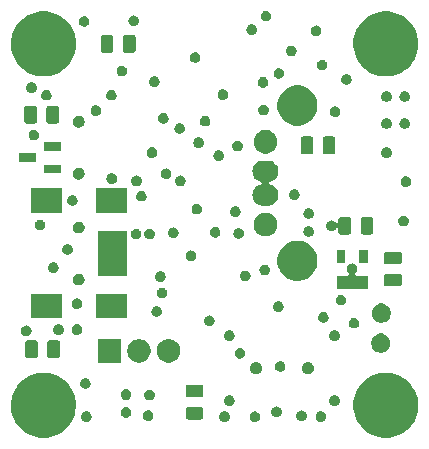
<source format=gbr>
G04 #@! TF.GenerationSoftware,KiCad,Pcbnew,(5.1.4)-1*
G04 #@! TF.CreationDate,2019-10-26T10:40:09-04:00*
G04 #@! TF.ProjectId,USB_HubSwitch,5553425f-4875-4625-9377-697463682e6b,rev?*
G04 #@! TF.SameCoordinates,Original*
G04 #@! TF.FileFunction,Soldermask,Bot*
G04 #@! TF.FilePolarity,Negative*
%FSLAX46Y46*%
G04 Gerber Fmt 4.6, Leading zero omitted, Abs format (unit mm)*
G04 Created by KiCad (PCBNEW (5.1.4)-1) date 2019-10-26 10:40:09*
%MOMM*%
%LPD*%
G04 APERTURE LIST*
%ADD10C,0.100000*%
G04 APERTURE END LIST*
D10*
G36*
X132536693Y-109301859D02*
G01*
X132802437Y-109354719D01*
X133303087Y-109562095D01*
X133483561Y-109682684D01*
X133753660Y-109863158D01*
X134136842Y-110246340D01*
X134258244Y-110428032D01*
X134437905Y-110696913D01*
X134645281Y-111197563D01*
X134683061Y-111387495D01*
X134751000Y-111729049D01*
X134751000Y-112270951D01*
X134700202Y-112526331D01*
X134645281Y-112802437D01*
X134437905Y-113303087D01*
X134359118Y-113421000D01*
X134136842Y-113753660D01*
X133753660Y-114136842D01*
X133483561Y-114317316D01*
X133303087Y-114437905D01*
X132802437Y-114645281D01*
X132536694Y-114698140D01*
X132270951Y-114751000D01*
X131729049Y-114751000D01*
X131463306Y-114698140D01*
X131197563Y-114645281D01*
X130696913Y-114437905D01*
X130516439Y-114317316D01*
X130246340Y-114136842D01*
X129863158Y-113753660D01*
X129640882Y-113421000D01*
X129562095Y-113303087D01*
X129354719Y-112802437D01*
X129299798Y-112526331D01*
X129249000Y-112270951D01*
X129249000Y-111729049D01*
X129316939Y-111387495D01*
X129354719Y-111197563D01*
X129562095Y-110696913D01*
X129741756Y-110428032D01*
X129863158Y-110246340D01*
X130246340Y-109863158D01*
X130516439Y-109682684D01*
X130696913Y-109562095D01*
X131197563Y-109354719D01*
X131463307Y-109301859D01*
X131729049Y-109249000D01*
X132270951Y-109249000D01*
X132536693Y-109301859D01*
X132536693Y-109301859D01*
G37*
G36*
X103536693Y-109301859D02*
G01*
X103802437Y-109354719D01*
X104303087Y-109562095D01*
X104483561Y-109682684D01*
X104753660Y-109863158D01*
X105136842Y-110246340D01*
X105258244Y-110428032D01*
X105437905Y-110696913D01*
X105645281Y-111197563D01*
X105683061Y-111387495D01*
X105751000Y-111729049D01*
X105751000Y-112270951D01*
X105700202Y-112526331D01*
X105645281Y-112802437D01*
X105437905Y-113303087D01*
X105359118Y-113421000D01*
X105136842Y-113753660D01*
X104753660Y-114136842D01*
X104483561Y-114317316D01*
X104303087Y-114437905D01*
X103802437Y-114645281D01*
X103536694Y-114698140D01*
X103270951Y-114751000D01*
X102729049Y-114751000D01*
X102463306Y-114698140D01*
X102197563Y-114645281D01*
X101696913Y-114437905D01*
X101516439Y-114317316D01*
X101246340Y-114136842D01*
X100863158Y-113753660D01*
X100640882Y-113421000D01*
X100562095Y-113303087D01*
X100354719Y-112802437D01*
X100299798Y-112526331D01*
X100249000Y-112270951D01*
X100249000Y-111729049D01*
X100316939Y-111387495D01*
X100354719Y-111197563D01*
X100562095Y-110696913D01*
X100741756Y-110428032D01*
X100863158Y-110246340D01*
X101246340Y-109863158D01*
X101516439Y-109682684D01*
X101696913Y-109562095D01*
X102197563Y-109354719D01*
X102463307Y-109301859D01*
X102729049Y-109249000D01*
X103270951Y-109249000D01*
X103536693Y-109301859D01*
X103536693Y-109301859D01*
G37*
G36*
X121051552Y-112536331D02*
G01*
X121133627Y-112570328D01*
X121133629Y-112570329D01*
X121207496Y-112619686D01*
X121270314Y-112682504D01*
X121306309Y-112736373D01*
X121319672Y-112756373D01*
X121353669Y-112838448D01*
X121371000Y-112925579D01*
X121371000Y-113014421D01*
X121353669Y-113101552D01*
X121319672Y-113183627D01*
X121270315Y-113257495D01*
X121207495Y-113320315D01*
X121202475Y-113323669D01*
X121133629Y-113369671D01*
X121133628Y-113369672D01*
X121133627Y-113369672D01*
X121051552Y-113403669D01*
X120964421Y-113421000D01*
X120875579Y-113421000D01*
X120788448Y-113403669D01*
X120706373Y-113369672D01*
X120706372Y-113369672D01*
X120706371Y-113369671D01*
X120637525Y-113323669D01*
X120632505Y-113320315D01*
X120569685Y-113257495D01*
X120520328Y-113183627D01*
X120486331Y-113101552D01*
X120469000Y-113014421D01*
X120469000Y-112925579D01*
X120486331Y-112838448D01*
X120520328Y-112756373D01*
X120533692Y-112736373D01*
X120569686Y-112682504D01*
X120632504Y-112619686D01*
X120706371Y-112570329D01*
X120706373Y-112570328D01*
X120788448Y-112536331D01*
X120875579Y-112519000D01*
X120964421Y-112519000D01*
X121051552Y-112536331D01*
X121051552Y-112536331D01*
G37*
G36*
X106771552Y-112526331D02*
G01*
X106842164Y-112555580D01*
X106853629Y-112560329D01*
X106868593Y-112570328D01*
X106927495Y-112609685D01*
X106990315Y-112672505D01*
X107039672Y-112746373D01*
X107073669Y-112828448D01*
X107091000Y-112915579D01*
X107091000Y-113004421D01*
X107073669Y-113091552D01*
X107043814Y-113163627D01*
X107039671Y-113173629D01*
X107037087Y-113177496D01*
X106990315Y-113247495D01*
X106927495Y-113310315D01*
X106907511Y-113323668D01*
X106853629Y-113359671D01*
X106853628Y-113359672D01*
X106853627Y-113359672D01*
X106771552Y-113393669D01*
X106684421Y-113411000D01*
X106595579Y-113411000D01*
X106508448Y-113393669D01*
X106426373Y-113359672D01*
X106426372Y-113359672D01*
X106426371Y-113359671D01*
X106372489Y-113323668D01*
X106352505Y-113310315D01*
X106289685Y-113247495D01*
X106242913Y-113177496D01*
X106240329Y-113173629D01*
X106236186Y-113163627D01*
X106206331Y-113091552D01*
X106189000Y-113004421D01*
X106189000Y-112915579D01*
X106206331Y-112828448D01*
X106240328Y-112746373D01*
X106289685Y-112672505D01*
X106352505Y-112609685D01*
X106411407Y-112570328D01*
X106426371Y-112560329D01*
X106437836Y-112555580D01*
X106508448Y-112526331D01*
X106595579Y-112509000D01*
X106684421Y-112509000D01*
X106771552Y-112526331D01*
X106771552Y-112526331D01*
G37*
G36*
X126631552Y-112516331D02*
G01*
X126713627Y-112550328D01*
X126713629Y-112550329D01*
X126728593Y-112560328D01*
X126787495Y-112599685D01*
X126850315Y-112662505D01*
X126899672Y-112736373D01*
X126933669Y-112818448D01*
X126951000Y-112905579D01*
X126951000Y-112994421D01*
X126933669Y-113081552D01*
X126899672Y-113163627D01*
X126899671Y-113163629D01*
X126886307Y-113183629D01*
X126850315Y-113237495D01*
X126787495Y-113300315D01*
X126782475Y-113303669D01*
X126713629Y-113349671D01*
X126713628Y-113349672D01*
X126713627Y-113349672D01*
X126631552Y-113383669D01*
X126544421Y-113401000D01*
X126455579Y-113401000D01*
X126368448Y-113383669D01*
X126286373Y-113349672D01*
X126286372Y-113349672D01*
X126286371Y-113349671D01*
X126217525Y-113303669D01*
X126212505Y-113300315D01*
X126149685Y-113237495D01*
X126113693Y-113183629D01*
X126100329Y-113163629D01*
X126100328Y-113163627D01*
X126066331Y-113081552D01*
X126049000Y-112994421D01*
X126049000Y-112905579D01*
X126066331Y-112818448D01*
X126100328Y-112736373D01*
X126149685Y-112662505D01*
X126212505Y-112599685D01*
X126271407Y-112560328D01*
X126286371Y-112550329D01*
X126286373Y-112550328D01*
X126368448Y-112516331D01*
X126455579Y-112499000D01*
X126544421Y-112499000D01*
X126631552Y-112516331D01*
X126631552Y-112516331D01*
G37*
G36*
X118481552Y-112516331D02*
G01*
X118563627Y-112550328D01*
X118563629Y-112550329D01*
X118578593Y-112560328D01*
X118637495Y-112599685D01*
X118700315Y-112662505D01*
X118749672Y-112736373D01*
X118783669Y-112818448D01*
X118801000Y-112905579D01*
X118801000Y-112994421D01*
X118783669Y-113081552D01*
X118749672Y-113163627D01*
X118749671Y-113163629D01*
X118736307Y-113183629D01*
X118700315Y-113237495D01*
X118637495Y-113300315D01*
X118632475Y-113303669D01*
X118563629Y-113349671D01*
X118563628Y-113349672D01*
X118563627Y-113349672D01*
X118481552Y-113383669D01*
X118394421Y-113401000D01*
X118305579Y-113401000D01*
X118218448Y-113383669D01*
X118136373Y-113349672D01*
X118136372Y-113349672D01*
X118136371Y-113349671D01*
X118067525Y-113303669D01*
X118062505Y-113300315D01*
X117999685Y-113237495D01*
X117963693Y-113183629D01*
X117950329Y-113163629D01*
X117950328Y-113163627D01*
X117916331Y-113081552D01*
X117899000Y-112994421D01*
X117899000Y-112905579D01*
X117916331Y-112818448D01*
X117950328Y-112736373D01*
X117999685Y-112662505D01*
X118062505Y-112599685D01*
X118121407Y-112560328D01*
X118136371Y-112550329D01*
X118136373Y-112550328D01*
X118218448Y-112516331D01*
X118305579Y-112499000D01*
X118394421Y-112499000D01*
X118481552Y-112516331D01*
X118481552Y-112516331D01*
G37*
G36*
X124981552Y-112456331D02*
G01*
X125063627Y-112490328D01*
X125063629Y-112490329D01*
X125076606Y-112499000D01*
X125137495Y-112539685D01*
X125200315Y-112602505D01*
X125205113Y-112609686D01*
X125247088Y-112672505D01*
X125249672Y-112676373D01*
X125283669Y-112758448D01*
X125301000Y-112845579D01*
X125301000Y-112934421D01*
X125283669Y-113021552D01*
X125249672Y-113103627D01*
X125249671Y-113103629D01*
X125224825Y-113140813D01*
X125202900Y-113173627D01*
X125200314Y-113177496D01*
X125137496Y-113240314D01*
X125063629Y-113289671D01*
X125063628Y-113289672D01*
X125063627Y-113289672D01*
X124981552Y-113323669D01*
X124894421Y-113341000D01*
X124805579Y-113341000D01*
X124718448Y-113323669D01*
X124636373Y-113289672D01*
X124636372Y-113289672D01*
X124636371Y-113289671D01*
X124562504Y-113240314D01*
X124499686Y-113177496D01*
X124497101Y-113173627D01*
X124475175Y-113140813D01*
X124450329Y-113103629D01*
X124450328Y-113103627D01*
X124416331Y-113021552D01*
X124399000Y-112934421D01*
X124399000Y-112845579D01*
X124416331Y-112758448D01*
X124450328Y-112676373D01*
X124452913Y-112672505D01*
X124494887Y-112609686D01*
X124499685Y-112602505D01*
X124562505Y-112539685D01*
X124623394Y-112499000D01*
X124636371Y-112490329D01*
X124636373Y-112490328D01*
X124718448Y-112456331D01*
X124805579Y-112439000D01*
X124894421Y-112439000D01*
X124981552Y-112456331D01*
X124981552Y-112456331D01*
G37*
G36*
X112001552Y-112436331D02*
G01*
X112079088Y-112468448D01*
X112083629Y-112470329D01*
X112113559Y-112490328D01*
X112157495Y-112519685D01*
X112220315Y-112582505D01*
X112269672Y-112656373D01*
X112303669Y-112738448D01*
X112321000Y-112825579D01*
X112321000Y-112914421D01*
X112303669Y-113001552D01*
X112269672Y-113083627D01*
X112269671Y-113083629D01*
X112220314Y-113157496D01*
X112157496Y-113220314D01*
X112083629Y-113269671D01*
X112083628Y-113269672D01*
X112083627Y-113269672D01*
X112001552Y-113303669D01*
X111914421Y-113321000D01*
X111825579Y-113321000D01*
X111738448Y-113303669D01*
X111656373Y-113269672D01*
X111656372Y-113269672D01*
X111656371Y-113269671D01*
X111582504Y-113220314D01*
X111519686Y-113157496D01*
X111470329Y-113083629D01*
X111470328Y-113083627D01*
X111436331Y-113001552D01*
X111419000Y-112914421D01*
X111419000Y-112825579D01*
X111436331Y-112738448D01*
X111470328Y-112656373D01*
X111519685Y-112582505D01*
X111582505Y-112519685D01*
X111626441Y-112490328D01*
X111656371Y-112470329D01*
X111660912Y-112468448D01*
X111738448Y-112436331D01*
X111825579Y-112419000D01*
X111914421Y-112419000D01*
X112001552Y-112436331D01*
X112001552Y-112436331D01*
G37*
G36*
X116384468Y-112141065D02*
G01*
X116423138Y-112152796D01*
X116458777Y-112171846D01*
X116490017Y-112197483D01*
X116515654Y-112228723D01*
X116534704Y-112264362D01*
X116546435Y-112303032D01*
X116551000Y-112349388D01*
X116551000Y-113000612D01*
X116546435Y-113046968D01*
X116534704Y-113085638D01*
X116515654Y-113121277D01*
X116490017Y-113152517D01*
X116458777Y-113178154D01*
X116423138Y-113197204D01*
X116384468Y-113208935D01*
X116338112Y-113213500D01*
X115261888Y-113213500D01*
X115215532Y-113208935D01*
X115176862Y-113197204D01*
X115141223Y-113178154D01*
X115109983Y-113152517D01*
X115084346Y-113121277D01*
X115065296Y-113085638D01*
X115053565Y-113046968D01*
X115049000Y-113000612D01*
X115049000Y-112349388D01*
X115053565Y-112303032D01*
X115065296Y-112264362D01*
X115084346Y-112228723D01*
X115109983Y-112197483D01*
X115141223Y-112171846D01*
X115176862Y-112152796D01*
X115215532Y-112141065D01*
X115261888Y-112136500D01*
X116338112Y-112136500D01*
X116384468Y-112141065D01*
X116384468Y-112141065D01*
G37*
G36*
X110131552Y-112166331D02*
G01*
X110212077Y-112199686D01*
X110213629Y-112200329D01*
X110250813Y-112225175D01*
X110287495Y-112249685D01*
X110350315Y-112312505D01*
X110399672Y-112386373D01*
X110433669Y-112468448D01*
X110451000Y-112555579D01*
X110451000Y-112644421D01*
X110433669Y-112731552D01*
X110404307Y-112802437D01*
X110399671Y-112813629D01*
X110350314Y-112887496D01*
X110287496Y-112950314D01*
X110213629Y-112999671D01*
X110213628Y-112999672D01*
X110213627Y-112999672D01*
X110131552Y-113033669D01*
X110044421Y-113051000D01*
X109955579Y-113051000D01*
X109868448Y-113033669D01*
X109786373Y-112999672D01*
X109786372Y-112999672D01*
X109786371Y-112999671D01*
X109712504Y-112950314D01*
X109649686Y-112887496D01*
X109600329Y-112813629D01*
X109595693Y-112802437D01*
X109566331Y-112731552D01*
X109549000Y-112644421D01*
X109549000Y-112555579D01*
X109566331Y-112468448D01*
X109600328Y-112386373D01*
X109649685Y-112312505D01*
X109712505Y-112249685D01*
X109749187Y-112225175D01*
X109786371Y-112200329D01*
X109787923Y-112199686D01*
X109868448Y-112166331D01*
X109955579Y-112149000D01*
X110044421Y-112149000D01*
X110131552Y-112166331D01*
X110131552Y-112166331D01*
G37*
G36*
X122881552Y-112116331D02*
G01*
X122963627Y-112150328D01*
X122963629Y-112150329D01*
X122967321Y-112152796D01*
X123037495Y-112199685D01*
X123100315Y-112262505D01*
X123149672Y-112336373D01*
X123183669Y-112418448D01*
X123201000Y-112505579D01*
X123201000Y-112594421D01*
X123183669Y-112681552D01*
X123149672Y-112763627D01*
X123100315Y-112837495D01*
X123037495Y-112900315D01*
X123029615Y-112905580D01*
X122963629Y-112949671D01*
X122963628Y-112949672D01*
X122963627Y-112949672D01*
X122881552Y-112983669D01*
X122794421Y-113001000D01*
X122705579Y-113001000D01*
X122618448Y-112983669D01*
X122536373Y-112949672D01*
X122536372Y-112949672D01*
X122536371Y-112949671D01*
X122470385Y-112905580D01*
X122462505Y-112900315D01*
X122399685Y-112837495D01*
X122350328Y-112763627D01*
X122316331Y-112681552D01*
X122299000Y-112594421D01*
X122299000Y-112505579D01*
X122316331Y-112418448D01*
X122350328Y-112336373D01*
X122399685Y-112262505D01*
X122462505Y-112199685D01*
X122532679Y-112152796D01*
X122536371Y-112150329D01*
X122536373Y-112150328D01*
X122618448Y-112116331D01*
X122705579Y-112099000D01*
X122794421Y-112099000D01*
X122881552Y-112116331D01*
X122881552Y-112116331D01*
G37*
G36*
X118881552Y-111166331D02*
G01*
X118956954Y-111197564D01*
X118963629Y-111200329D01*
X118979057Y-111210638D01*
X119037495Y-111249685D01*
X119100315Y-111312505D01*
X119149672Y-111386373D01*
X119183669Y-111468448D01*
X119201000Y-111555579D01*
X119201000Y-111644421D01*
X119183669Y-111731552D01*
X119149672Y-111813627D01*
X119149671Y-111813629D01*
X119100314Y-111887496D01*
X119037496Y-111950314D01*
X118963629Y-111999671D01*
X118963628Y-111999672D01*
X118963627Y-111999672D01*
X118881552Y-112033669D01*
X118794421Y-112051000D01*
X118705579Y-112051000D01*
X118618448Y-112033669D01*
X118536373Y-111999672D01*
X118536372Y-111999672D01*
X118536371Y-111999671D01*
X118462504Y-111950314D01*
X118399686Y-111887496D01*
X118350329Y-111813629D01*
X118350328Y-111813627D01*
X118316331Y-111731552D01*
X118299000Y-111644421D01*
X118299000Y-111555579D01*
X118316331Y-111468448D01*
X118350328Y-111386373D01*
X118399685Y-111312505D01*
X118462505Y-111249685D01*
X118520943Y-111210638D01*
X118536371Y-111200329D01*
X118543046Y-111197564D01*
X118618448Y-111166331D01*
X118705579Y-111149000D01*
X118794421Y-111149000D01*
X118881552Y-111166331D01*
X118881552Y-111166331D01*
G37*
G36*
X127781552Y-111166331D02*
G01*
X127856954Y-111197564D01*
X127863629Y-111200329D01*
X127879057Y-111210638D01*
X127937495Y-111249685D01*
X128000315Y-111312505D01*
X128049672Y-111386373D01*
X128083669Y-111468448D01*
X128101000Y-111555579D01*
X128101000Y-111644421D01*
X128083669Y-111731552D01*
X128049672Y-111813627D01*
X128049671Y-111813629D01*
X128000314Y-111887496D01*
X127937496Y-111950314D01*
X127863629Y-111999671D01*
X127863628Y-111999672D01*
X127863627Y-111999672D01*
X127781552Y-112033669D01*
X127694421Y-112051000D01*
X127605579Y-112051000D01*
X127518448Y-112033669D01*
X127436373Y-111999672D01*
X127436372Y-111999672D01*
X127436371Y-111999671D01*
X127362504Y-111950314D01*
X127299686Y-111887496D01*
X127250329Y-111813629D01*
X127250328Y-111813627D01*
X127216331Y-111731552D01*
X127199000Y-111644421D01*
X127199000Y-111555579D01*
X127216331Y-111468448D01*
X127250328Y-111386373D01*
X127299685Y-111312505D01*
X127362505Y-111249685D01*
X127420943Y-111210638D01*
X127436371Y-111200329D01*
X127443046Y-111197564D01*
X127518448Y-111166331D01*
X127605579Y-111149000D01*
X127694421Y-111149000D01*
X127781552Y-111166331D01*
X127781552Y-111166331D01*
G37*
G36*
X112121552Y-110696331D02*
G01*
X112203627Y-110730328D01*
X112203629Y-110730329D01*
X112232597Y-110749685D01*
X112277495Y-110779685D01*
X112340315Y-110842505D01*
X112389672Y-110916373D01*
X112423669Y-110998448D01*
X112441000Y-111085579D01*
X112441000Y-111174421D01*
X112423669Y-111261552D01*
X112389672Y-111343627D01*
X112389671Y-111343629D01*
X112340314Y-111417496D01*
X112277496Y-111480314D01*
X112203629Y-111529671D01*
X112203628Y-111529672D01*
X112203627Y-111529672D01*
X112121552Y-111563669D01*
X112034421Y-111581000D01*
X111945579Y-111581000D01*
X111858448Y-111563669D01*
X111776373Y-111529672D01*
X111776372Y-111529672D01*
X111776371Y-111529671D01*
X111702504Y-111480314D01*
X111639686Y-111417496D01*
X111590329Y-111343629D01*
X111590328Y-111343627D01*
X111556331Y-111261552D01*
X111539000Y-111174421D01*
X111539000Y-111085579D01*
X111556331Y-110998448D01*
X111590328Y-110916373D01*
X111639685Y-110842505D01*
X111702505Y-110779685D01*
X111747403Y-110749685D01*
X111776371Y-110730329D01*
X111776373Y-110730328D01*
X111858448Y-110696331D01*
X111945579Y-110679000D01*
X112034421Y-110679000D01*
X112121552Y-110696331D01*
X112121552Y-110696331D01*
G37*
G36*
X110131552Y-110666331D02*
G01*
X110213627Y-110700328D01*
X110213629Y-110700329D01*
X110250813Y-110725175D01*
X110287495Y-110749685D01*
X110350315Y-110812505D01*
X110399672Y-110886373D01*
X110433669Y-110968448D01*
X110451000Y-111055579D01*
X110451000Y-111144421D01*
X110433669Y-111231552D01*
X110421242Y-111261552D01*
X110399671Y-111313629D01*
X110379627Y-111343627D01*
X110351065Y-111386373D01*
X110350314Y-111387496D01*
X110287496Y-111450314D01*
X110213629Y-111499671D01*
X110213628Y-111499672D01*
X110213627Y-111499672D01*
X110131552Y-111533669D01*
X110044421Y-111551000D01*
X109955579Y-111551000D01*
X109868448Y-111533669D01*
X109786373Y-111499672D01*
X109786372Y-111499672D01*
X109786371Y-111499671D01*
X109712504Y-111450314D01*
X109649686Y-111387496D01*
X109648936Y-111386373D01*
X109620373Y-111343627D01*
X109600329Y-111313629D01*
X109578758Y-111261552D01*
X109566331Y-111231552D01*
X109549000Y-111144421D01*
X109549000Y-111055579D01*
X109566331Y-110968448D01*
X109600328Y-110886373D01*
X109649685Y-110812505D01*
X109712505Y-110749685D01*
X109749187Y-110725175D01*
X109786371Y-110700329D01*
X109786373Y-110700328D01*
X109868448Y-110666331D01*
X109955579Y-110649000D01*
X110044421Y-110649000D01*
X110131552Y-110666331D01*
X110131552Y-110666331D01*
G37*
G36*
X116384468Y-110266065D02*
G01*
X116423138Y-110277796D01*
X116458777Y-110296846D01*
X116490017Y-110322483D01*
X116515654Y-110353723D01*
X116534704Y-110389362D01*
X116546435Y-110428032D01*
X116551000Y-110474388D01*
X116551000Y-111125612D01*
X116546435Y-111171968D01*
X116534704Y-111210638D01*
X116515654Y-111246277D01*
X116490017Y-111277517D01*
X116458777Y-111303154D01*
X116423138Y-111322204D01*
X116384468Y-111333935D01*
X116338112Y-111338500D01*
X115261888Y-111338500D01*
X115215532Y-111333935D01*
X115176862Y-111322204D01*
X115141223Y-111303154D01*
X115109983Y-111277517D01*
X115084346Y-111246277D01*
X115065296Y-111210638D01*
X115053565Y-111171968D01*
X115049000Y-111125612D01*
X115049000Y-110474388D01*
X115053565Y-110428032D01*
X115065296Y-110389362D01*
X115084346Y-110353723D01*
X115109983Y-110322483D01*
X115141223Y-110296846D01*
X115176862Y-110277796D01*
X115215532Y-110266065D01*
X115261888Y-110261500D01*
X116338112Y-110261500D01*
X116384468Y-110266065D01*
X116384468Y-110266065D01*
G37*
G36*
X106681552Y-109716331D02*
G01*
X106763627Y-109750328D01*
X106763629Y-109750329D01*
X106800813Y-109775175D01*
X106837495Y-109799685D01*
X106900315Y-109862505D01*
X106949672Y-109936373D01*
X106983669Y-110018448D01*
X107001000Y-110105579D01*
X107001000Y-110194421D01*
X106983669Y-110281552D01*
X106959309Y-110340361D01*
X106949671Y-110363629D01*
X106900314Y-110437496D01*
X106837496Y-110500314D01*
X106763629Y-110549671D01*
X106763628Y-110549672D01*
X106763627Y-110549672D01*
X106681552Y-110583669D01*
X106594421Y-110601000D01*
X106505579Y-110601000D01*
X106418448Y-110583669D01*
X106336373Y-110549672D01*
X106336372Y-110549672D01*
X106336371Y-110549671D01*
X106262504Y-110500314D01*
X106199686Y-110437496D01*
X106150329Y-110363629D01*
X106140691Y-110340361D01*
X106116331Y-110281552D01*
X106099000Y-110194421D01*
X106099000Y-110105579D01*
X106116331Y-110018448D01*
X106150328Y-109936373D01*
X106199685Y-109862505D01*
X106262505Y-109799685D01*
X106299187Y-109775175D01*
X106336371Y-109750329D01*
X106336373Y-109750328D01*
X106418448Y-109716331D01*
X106505579Y-109699000D01*
X106594421Y-109699000D01*
X106681552Y-109716331D01*
X106681552Y-109716331D01*
G37*
G36*
X121097740Y-108358626D02*
G01*
X121146136Y-108368253D01*
X121183902Y-108383896D01*
X121237311Y-108406019D01*
X121247018Y-108412505D01*
X121319369Y-108460848D01*
X121389152Y-108530631D01*
X121389153Y-108530633D01*
X121443981Y-108612689D01*
X121461746Y-108655579D01*
X121481747Y-108703864D01*
X121501000Y-108800656D01*
X121501000Y-108899344D01*
X121483466Y-108987496D01*
X121481747Y-108996135D01*
X121443981Y-109087311D01*
X121416752Y-109128062D01*
X121389152Y-109169369D01*
X121319369Y-109239152D01*
X121304630Y-109249000D01*
X121237311Y-109293981D01*
X121183902Y-109316104D01*
X121146136Y-109331747D01*
X121097740Y-109341373D01*
X121049345Y-109351000D01*
X120950655Y-109351000D01*
X120902260Y-109341373D01*
X120853864Y-109331747D01*
X120816098Y-109316104D01*
X120762689Y-109293981D01*
X120695370Y-109249000D01*
X120680631Y-109239152D01*
X120610848Y-109169369D01*
X120583248Y-109128062D01*
X120556019Y-109087311D01*
X120518253Y-108996135D01*
X120516535Y-108987496D01*
X120499000Y-108899344D01*
X120499000Y-108800656D01*
X120518253Y-108703864D01*
X120538254Y-108655579D01*
X120556019Y-108612689D01*
X120610847Y-108530633D01*
X120610848Y-108530631D01*
X120680631Y-108460848D01*
X120752982Y-108412505D01*
X120762689Y-108406019D01*
X120816098Y-108383896D01*
X120853864Y-108368253D01*
X120902260Y-108358626D01*
X120950655Y-108349000D01*
X121049345Y-108349000D01*
X121097740Y-108358626D01*
X121097740Y-108358626D01*
G37*
G36*
X125497740Y-108358626D02*
G01*
X125546136Y-108368253D01*
X125583902Y-108383896D01*
X125637311Y-108406019D01*
X125647018Y-108412505D01*
X125719369Y-108460848D01*
X125789152Y-108530631D01*
X125789153Y-108530633D01*
X125843981Y-108612689D01*
X125861746Y-108655579D01*
X125881747Y-108703864D01*
X125901000Y-108800656D01*
X125901000Y-108899344D01*
X125883466Y-108987496D01*
X125881747Y-108996135D01*
X125843981Y-109087311D01*
X125816752Y-109128062D01*
X125789152Y-109169369D01*
X125719369Y-109239152D01*
X125704630Y-109249000D01*
X125637311Y-109293981D01*
X125583902Y-109316104D01*
X125546136Y-109331747D01*
X125497740Y-109341373D01*
X125449345Y-109351000D01*
X125350655Y-109351000D01*
X125302260Y-109341373D01*
X125253864Y-109331747D01*
X125216098Y-109316104D01*
X125162689Y-109293981D01*
X125095370Y-109249000D01*
X125080631Y-109239152D01*
X125010848Y-109169369D01*
X124983248Y-109128062D01*
X124956019Y-109087311D01*
X124918253Y-108996135D01*
X124916535Y-108987496D01*
X124899000Y-108899344D01*
X124899000Y-108800656D01*
X124918253Y-108703864D01*
X124938254Y-108655579D01*
X124956019Y-108612689D01*
X125010847Y-108530633D01*
X125010848Y-108530631D01*
X125080631Y-108460848D01*
X125152982Y-108412505D01*
X125162689Y-108406019D01*
X125216098Y-108383896D01*
X125253864Y-108368253D01*
X125302260Y-108358626D01*
X125350655Y-108349000D01*
X125449345Y-108349000D01*
X125497740Y-108358626D01*
X125497740Y-108358626D01*
G37*
G36*
X123181552Y-108266331D02*
G01*
X123263627Y-108300328D01*
X123263629Y-108300329D01*
X123300813Y-108325175D01*
X123337495Y-108349685D01*
X123400315Y-108412505D01*
X123449672Y-108486373D01*
X123483669Y-108568448D01*
X123501000Y-108655579D01*
X123501000Y-108744421D01*
X123483669Y-108831552D01*
X123455588Y-108899344D01*
X123449671Y-108913629D01*
X123400314Y-108987496D01*
X123337496Y-109050314D01*
X123263629Y-109099671D01*
X123263628Y-109099672D01*
X123263627Y-109099672D01*
X123181552Y-109133669D01*
X123094421Y-109151000D01*
X123005579Y-109151000D01*
X122918448Y-109133669D01*
X122836373Y-109099672D01*
X122836372Y-109099672D01*
X122836371Y-109099671D01*
X122762504Y-109050314D01*
X122699686Y-108987496D01*
X122650329Y-108913629D01*
X122644412Y-108899344D01*
X122616331Y-108831552D01*
X122599000Y-108744421D01*
X122599000Y-108655579D01*
X122616331Y-108568448D01*
X122650328Y-108486373D01*
X122699685Y-108412505D01*
X122762505Y-108349685D01*
X122799187Y-108325175D01*
X122836371Y-108300329D01*
X122836373Y-108300328D01*
X122918448Y-108266331D01*
X123005579Y-108249000D01*
X123094421Y-108249000D01*
X123181552Y-108266331D01*
X123181552Y-108266331D01*
G37*
G36*
X111295285Y-106418234D02*
G01*
X111391981Y-106437468D01*
X111574151Y-106512926D01*
X111738100Y-106622473D01*
X111877527Y-106761900D01*
X111987074Y-106925849D01*
X112062532Y-107108019D01*
X112065930Y-107125101D01*
X112090712Y-107249686D01*
X112101000Y-107301410D01*
X112101000Y-107498590D01*
X112062532Y-107691981D01*
X111987074Y-107874151D01*
X111877527Y-108038100D01*
X111738100Y-108177527D01*
X111574151Y-108287074D01*
X111391981Y-108362532D01*
X111295285Y-108381766D01*
X111198591Y-108401000D01*
X111001409Y-108401000D01*
X110904715Y-108381766D01*
X110808019Y-108362532D01*
X110625849Y-108287074D01*
X110461900Y-108177527D01*
X110322473Y-108038100D01*
X110212926Y-107874151D01*
X110137468Y-107691981D01*
X110099000Y-107498590D01*
X110099000Y-107301410D01*
X110109289Y-107249686D01*
X110134070Y-107125101D01*
X110137468Y-107108019D01*
X110212926Y-106925849D01*
X110322473Y-106761900D01*
X110461900Y-106622473D01*
X110625849Y-106512926D01*
X110808019Y-106437468D01*
X110904715Y-106418234D01*
X111001409Y-106399000D01*
X111198591Y-106399000D01*
X111295285Y-106418234D01*
X111295285Y-106418234D01*
G37*
G36*
X113795285Y-106418234D02*
G01*
X113891981Y-106437468D01*
X114074151Y-106512926D01*
X114238100Y-106622473D01*
X114377527Y-106761900D01*
X114487074Y-106925849D01*
X114562532Y-107108019D01*
X114565930Y-107125101D01*
X114590712Y-107249686D01*
X114601000Y-107301410D01*
X114601000Y-107498590D01*
X114562532Y-107691981D01*
X114487074Y-107874151D01*
X114377527Y-108038100D01*
X114238100Y-108177527D01*
X114074151Y-108287074D01*
X113891981Y-108362532D01*
X113795285Y-108381766D01*
X113698591Y-108401000D01*
X113501409Y-108401000D01*
X113404715Y-108381766D01*
X113308019Y-108362532D01*
X113125849Y-108287074D01*
X112961900Y-108177527D01*
X112822473Y-108038100D01*
X112712926Y-107874151D01*
X112637468Y-107691981D01*
X112599000Y-107498590D01*
X112599000Y-107301410D01*
X112609289Y-107249686D01*
X112634070Y-107125101D01*
X112637468Y-107108019D01*
X112712926Y-106925849D01*
X112822473Y-106761900D01*
X112961900Y-106622473D01*
X113125849Y-106512926D01*
X113308019Y-106437468D01*
X113404715Y-106418234D01*
X113501409Y-106399000D01*
X113698591Y-106399000D01*
X113795285Y-106418234D01*
X113795285Y-106418234D01*
G37*
G36*
X109601000Y-108401000D02*
G01*
X107599000Y-108401000D01*
X107599000Y-106399000D01*
X109601000Y-106399000D01*
X109601000Y-108401000D01*
X109601000Y-108401000D01*
G37*
G36*
X119781552Y-107166331D02*
G01*
X119863627Y-107200328D01*
X119863629Y-107200329D01*
X119900813Y-107225175D01*
X119937495Y-107249685D01*
X120000315Y-107312505D01*
X120049672Y-107386373D01*
X120083669Y-107468448D01*
X120101000Y-107555579D01*
X120101000Y-107644421D01*
X120083669Y-107731552D01*
X120049672Y-107813627D01*
X120009233Y-107874149D01*
X120000314Y-107887496D01*
X119937496Y-107950314D01*
X119863629Y-107999671D01*
X119863628Y-107999672D01*
X119863627Y-107999672D01*
X119781552Y-108033669D01*
X119694421Y-108051000D01*
X119605579Y-108051000D01*
X119518448Y-108033669D01*
X119436373Y-107999672D01*
X119436372Y-107999672D01*
X119436371Y-107999671D01*
X119362504Y-107950314D01*
X119299686Y-107887496D01*
X119290768Y-107874149D01*
X119250328Y-107813627D01*
X119216331Y-107731552D01*
X119199000Y-107644421D01*
X119199000Y-107555579D01*
X119216331Y-107468448D01*
X119250328Y-107386373D01*
X119299685Y-107312505D01*
X119362505Y-107249685D01*
X119399187Y-107225175D01*
X119436371Y-107200329D01*
X119436373Y-107200328D01*
X119518448Y-107166331D01*
X119605579Y-107149000D01*
X119694421Y-107149000D01*
X119781552Y-107166331D01*
X119781552Y-107166331D01*
G37*
G36*
X102376968Y-106513565D02*
G01*
X102415638Y-106525296D01*
X102451277Y-106544346D01*
X102482517Y-106569983D01*
X102508154Y-106601223D01*
X102527204Y-106636862D01*
X102538935Y-106675532D01*
X102543500Y-106721888D01*
X102543500Y-107798112D01*
X102538935Y-107844468D01*
X102527204Y-107883138D01*
X102508154Y-107918777D01*
X102482517Y-107950017D01*
X102451277Y-107975654D01*
X102415638Y-107994704D01*
X102376968Y-108006435D01*
X102330612Y-108011000D01*
X101679388Y-108011000D01*
X101633032Y-108006435D01*
X101594362Y-107994704D01*
X101558723Y-107975654D01*
X101527483Y-107950017D01*
X101501846Y-107918777D01*
X101482796Y-107883138D01*
X101471065Y-107844468D01*
X101466500Y-107798112D01*
X101466500Y-106721888D01*
X101471065Y-106675532D01*
X101482796Y-106636862D01*
X101501846Y-106601223D01*
X101527483Y-106569983D01*
X101558723Y-106544346D01*
X101594362Y-106525296D01*
X101633032Y-106513565D01*
X101679388Y-106509000D01*
X102330612Y-106509000D01*
X102376968Y-106513565D01*
X102376968Y-106513565D01*
G37*
G36*
X104251968Y-106513565D02*
G01*
X104290638Y-106525296D01*
X104326277Y-106544346D01*
X104357517Y-106569983D01*
X104383154Y-106601223D01*
X104402204Y-106636862D01*
X104413935Y-106675532D01*
X104418500Y-106721888D01*
X104418500Y-107798112D01*
X104413935Y-107844468D01*
X104402204Y-107883138D01*
X104383154Y-107918777D01*
X104357517Y-107950017D01*
X104326277Y-107975654D01*
X104290638Y-107994704D01*
X104251968Y-108006435D01*
X104205612Y-108011000D01*
X103554388Y-108011000D01*
X103508032Y-108006435D01*
X103469362Y-107994704D01*
X103433723Y-107975654D01*
X103402483Y-107950017D01*
X103376846Y-107918777D01*
X103357796Y-107883138D01*
X103346065Y-107844468D01*
X103341500Y-107798112D01*
X103341500Y-106721888D01*
X103346065Y-106675532D01*
X103357796Y-106636862D01*
X103376846Y-106601223D01*
X103402483Y-106569983D01*
X103433723Y-106544346D01*
X103469362Y-106525296D01*
X103508032Y-106513565D01*
X103554388Y-106509000D01*
X104205612Y-106509000D01*
X104251968Y-106513565D01*
X104251968Y-106513565D01*
G37*
G36*
X131817142Y-105958242D02*
G01*
X131965101Y-106019529D01*
X132098255Y-106108499D01*
X132211501Y-106221745D01*
X132300471Y-106354899D01*
X132361758Y-106502858D01*
X132393000Y-106659925D01*
X132393000Y-106820075D01*
X132361758Y-106977142D01*
X132300471Y-107125101D01*
X132211501Y-107258255D01*
X132098255Y-107371501D01*
X131965101Y-107460471D01*
X131817142Y-107521758D01*
X131660075Y-107553000D01*
X131499925Y-107553000D01*
X131342858Y-107521758D01*
X131194899Y-107460471D01*
X131061745Y-107371501D01*
X130948499Y-107258255D01*
X130859529Y-107125101D01*
X130798242Y-106977142D01*
X130767000Y-106820075D01*
X130767000Y-106659925D01*
X130798242Y-106502858D01*
X130859529Y-106354899D01*
X130948499Y-106221745D01*
X131061745Y-106108499D01*
X131194899Y-106019529D01*
X131342858Y-105958242D01*
X131499925Y-105927000D01*
X131660075Y-105927000D01*
X131817142Y-105958242D01*
X131817142Y-105958242D01*
G37*
G36*
X118881552Y-105666331D02*
G01*
X118963627Y-105700328D01*
X118963629Y-105700329D01*
X119000813Y-105725175D01*
X119037495Y-105749685D01*
X119100315Y-105812505D01*
X119149672Y-105886373D01*
X119183669Y-105968448D01*
X119201000Y-106055579D01*
X119201000Y-106144421D01*
X119183669Y-106231552D01*
X119149672Y-106313627D01*
X119149671Y-106313629D01*
X119100314Y-106387496D01*
X119037496Y-106450314D01*
X118963629Y-106499671D01*
X118963628Y-106499672D01*
X118963627Y-106499672D01*
X118881552Y-106533669D01*
X118794421Y-106551000D01*
X118705579Y-106551000D01*
X118618448Y-106533669D01*
X118536373Y-106499672D01*
X118536372Y-106499672D01*
X118536371Y-106499671D01*
X118462504Y-106450314D01*
X118399686Y-106387496D01*
X118350329Y-106313629D01*
X118350328Y-106313627D01*
X118316331Y-106231552D01*
X118299000Y-106144421D01*
X118299000Y-106055579D01*
X118316331Y-105968448D01*
X118350328Y-105886373D01*
X118399685Y-105812505D01*
X118462505Y-105749685D01*
X118499187Y-105725175D01*
X118536371Y-105700329D01*
X118536373Y-105700328D01*
X118618448Y-105666331D01*
X118705579Y-105649000D01*
X118794421Y-105649000D01*
X118881552Y-105666331D01*
X118881552Y-105666331D01*
G37*
G36*
X127781552Y-105666331D02*
G01*
X127863627Y-105700328D01*
X127863629Y-105700329D01*
X127900813Y-105725175D01*
X127937495Y-105749685D01*
X128000315Y-105812505D01*
X128049672Y-105886373D01*
X128083669Y-105968448D01*
X128101000Y-106055579D01*
X128101000Y-106144421D01*
X128083669Y-106231552D01*
X128049672Y-106313627D01*
X128049671Y-106313629D01*
X128000314Y-106387496D01*
X127937496Y-106450314D01*
X127863629Y-106499671D01*
X127863628Y-106499672D01*
X127863627Y-106499672D01*
X127781552Y-106533669D01*
X127694421Y-106551000D01*
X127605579Y-106551000D01*
X127518448Y-106533669D01*
X127436373Y-106499672D01*
X127436372Y-106499672D01*
X127436371Y-106499671D01*
X127362504Y-106450314D01*
X127299686Y-106387496D01*
X127250329Y-106313629D01*
X127250328Y-106313627D01*
X127216331Y-106231552D01*
X127199000Y-106144421D01*
X127199000Y-106055579D01*
X127216331Y-105968448D01*
X127250328Y-105886373D01*
X127299685Y-105812505D01*
X127362505Y-105749685D01*
X127399187Y-105725175D01*
X127436371Y-105700329D01*
X127436373Y-105700328D01*
X127518448Y-105666331D01*
X127605579Y-105649000D01*
X127694421Y-105649000D01*
X127781552Y-105666331D01*
X127781552Y-105666331D01*
G37*
G36*
X101681552Y-105266331D02*
G01*
X101763627Y-105300328D01*
X101763629Y-105300329D01*
X101837496Y-105349686D01*
X101900314Y-105412504D01*
X101947866Y-105483669D01*
X101949672Y-105486373D01*
X101983669Y-105568448D01*
X102001000Y-105655579D01*
X102001000Y-105744421D01*
X101983669Y-105831552D01*
X101960961Y-105886373D01*
X101949671Y-105913629D01*
X101925159Y-105950314D01*
X101900315Y-105987495D01*
X101837495Y-106050315D01*
X101829615Y-106055580D01*
X101763629Y-106099671D01*
X101763628Y-106099672D01*
X101763627Y-106099672D01*
X101681552Y-106133669D01*
X101594421Y-106151000D01*
X101505579Y-106151000D01*
X101418448Y-106133669D01*
X101336373Y-106099672D01*
X101336372Y-106099672D01*
X101336371Y-106099671D01*
X101270385Y-106055580D01*
X101262505Y-106050315D01*
X101199685Y-105987495D01*
X101174841Y-105950314D01*
X101150329Y-105913629D01*
X101139039Y-105886373D01*
X101116331Y-105831552D01*
X101099000Y-105744421D01*
X101099000Y-105655579D01*
X101116331Y-105568448D01*
X101150328Y-105486373D01*
X101152135Y-105483669D01*
X101199686Y-105412504D01*
X101262504Y-105349686D01*
X101336371Y-105300329D01*
X101336373Y-105300328D01*
X101418448Y-105266331D01*
X101505579Y-105249000D01*
X101594421Y-105249000D01*
X101681552Y-105266331D01*
X101681552Y-105266331D01*
G37*
G36*
X104421552Y-105166331D02*
G01*
X104503627Y-105200328D01*
X104503629Y-105200329D01*
X104540813Y-105225175D01*
X104577495Y-105249685D01*
X104640315Y-105312505D01*
X104689672Y-105386373D01*
X104723669Y-105468448D01*
X104741000Y-105555579D01*
X104741000Y-105644421D01*
X104723669Y-105731552D01*
X104689672Y-105813627D01*
X104641065Y-105886373D01*
X104640314Y-105887496D01*
X104577496Y-105950314D01*
X104503629Y-105999671D01*
X104503628Y-105999672D01*
X104503627Y-105999672D01*
X104421552Y-106033669D01*
X104334421Y-106051000D01*
X104245579Y-106051000D01*
X104158448Y-106033669D01*
X104076373Y-105999672D01*
X104076372Y-105999672D01*
X104076371Y-105999671D01*
X104002504Y-105950314D01*
X103939686Y-105887496D01*
X103938936Y-105886373D01*
X103890328Y-105813627D01*
X103856331Y-105731552D01*
X103839000Y-105644421D01*
X103839000Y-105555579D01*
X103856331Y-105468448D01*
X103890328Y-105386373D01*
X103939685Y-105312505D01*
X104002505Y-105249685D01*
X104039187Y-105225175D01*
X104076371Y-105200329D01*
X104076373Y-105200328D01*
X104158448Y-105166331D01*
X104245579Y-105149000D01*
X104334421Y-105149000D01*
X104421552Y-105166331D01*
X104421552Y-105166331D01*
G37*
G36*
X105981552Y-105166331D02*
G01*
X106063627Y-105200328D01*
X106063629Y-105200329D01*
X106100813Y-105225175D01*
X106137495Y-105249685D01*
X106200315Y-105312505D01*
X106249672Y-105386373D01*
X106283669Y-105468448D01*
X106301000Y-105555579D01*
X106301000Y-105644421D01*
X106283669Y-105731552D01*
X106249672Y-105813627D01*
X106201065Y-105886373D01*
X106200314Y-105887496D01*
X106137496Y-105950314D01*
X106063629Y-105999671D01*
X106063628Y-105999672D01*
X106063627Y-105999672D01*
X105981552Y-106033669D01*
X105894421Y-106051000D01*
X105805579Y-106051000D01*
X105718448Y-106033669D01*
X105636373Y-105999672D01*
X105636372Y-105999672D01*
X105636371Y-105999671D01*
X105562504Y-105950314D01*
X105499686Y-105887496D01*
X105498936Y-105886373D01*
X105450328Y-105813627D01*
X105416331Y-105731552D01*
X105399000Y-105644421D01*
X105399000Y-105555579D01*
X105416331Y-105468448D01*
X105450328Y-105386373D01*
X105499685Y-105312505D01*
X105562505Y-105249685D01*
X105599187Y-105225175D01*
X105636371Y-105200329D01*
X105636373Y-105200328D01*
X105718448Y-105166331D01*
X105805579Y-105149000D01*
X105894421Y-105149000D01*
X105981552Y-105166331D01*
X105981552Y-105166331D01*
G37*
G36*
X129431552Y-104616331D02*
G01*
X129513627Y-104650328D01*
X129513629Y-104650329D01*
X129514633Y-104651000D01*
X129587495Y-104699685D01*
X129650315Y-104762505D01*
X129651066Y-104763629D01*
X129696416Y-104831499D01*
X129699672Y-104836373D01*
X129733669Y-104918448D01*
X129751000Y-105005579D01*
X129751000Y-105094421D01*
X129733669Y-105181552D01*
X129699672Y-105263627D01*
X129699671Y-105263629D01*
X129650314Y-105337496D01*
X129587496Y-105400314D01*
X129513629Y-105449671D01*
X129513628Y-105449672D01*
X129513627Y-105449672D01*
X129431552Y-105483669D01*
X129344421Y-105501000D01*
X129255579Y-105501000D01*
X129168448Y-105483669D01*
X129086373Y-105449672D01*
X129086372Y-105449672D01*
X129086371Y-105449671D01*
X129012504Y-105400314D01*
X128949686Y-105337496D01*
X128900329Y-105263629D01*
X128900328Y-105263627D01*
X128866331Y-105181552D01*
X128849000Y-105094421D01*
X128849000Y-105005579D01*
X128866331Y-104918448D01*
X128900328Y-104836373D01*
X128903585Y-104831499D01*
X128948934Y-104763629D01*
X128949685Y-104762505D01*
X129012505Y-104699685D01*
X129085367Y-104651000D01*
X129086371Y-104650329D01*
X129086373Y-104650328D01*
X129168448Y-104616331D01*
X129255579Y-104599000D01*
X129344421Y-104599000D01*
X129431552Y-104616331D01*
X129431552Y-104616331D01*
G37*
G36*
X117181552Y-104416331D02*
G01*
X117262043Y-104449672D01*
X117263629Y-104450329D01*
X117337496Y-104499686D01*
X117400314Y-104562504D01*
X117436281Y-104616331D01*
X117449672Y-104636373D01*
X117483669Y-104718448D01*
X117501000Y-104805579D01*
X117501000Y-104894421D01*
X117483669Y-104981552D01*
X117449672Y-105063627D01*
X117400315Y-105137495D01*
X117337495Y-105200315D01*
X117337474Y-105200329D01*
X117263629Y-105249671D01*
X117263628Y-105249672D01*
X117263627Y-105249672D01*
X117181552Y-105283669D01*
X117094421Y-105301000D01*
X117005579Y-105301000D01*
X116918448Y-105283669D01*
X116836373Y-105249672D01*
X116836372Y-105249672D01*
X116836371Y-105249671D01*
X116762526Y-105200329D01*
X116762505Y-105200315D01*
X116699685Y-105137495D01*
X116650328Y-105063627D01*
X116616331Y-104981552D01*
X116599000Y-104894421D01*
X116599000Y-104805579D01*
X116616331Y-104718448D01*
X116650328Y-104636373D01*
X116663720Y-104616331D01*
X116699686Y-104562504D01*
X116762504Y-104499686D01*
X116836371Y-104450329D01*
X116837957Y-104449672D01*
X116918448Y-104416331D01*
X117005579Y-104399000D01*
X117094421Y-104399000D01*
X117181552Y-104416331D01*
X117181552Y-104416331D01*
G37*
G36*
X131837142Y-103418242D02*
G01*
X131985101Y-103479529D01*
X132118255Y-103568499D01*
X132231501Y-103681745D01*
X132320471Y-103814899D01*
X132381758Y-103962858D01*
X132413000Y-104119925D01*
X132413000Y-104280075D01*
X132381758Y-104437142D01*
X132320471Y-104585101D01*
X132231501Y-104718255D01*
X132118255Y-104831501D01*
X131985101Y-104920471D01*
X131837142Y-104981758D01*
X131680075Y-105013000D01*
X131519925Y-105013000D01*
X131362858Y-104981758D01*
X131214899Y-104920471D01*
X131081745Y-104831501D01*
X130968499Y-104718255D01*
X130879529Y-104585101D01*
X130818242Y-104437142D01*
X130787000Y-104280075D01*
X130787000Y-104119925D01*
X130818242Y-103962858D01*
X130879529Y-103814899D01*
X130968499Y-103681745D01*
X131081745Y-103568499D01*
X131214899Y-103479529D01*
X131362858Y-103418242D01*
X131519925Y-103387000D01*
X131680075Y-103387000D01*
X131837142Y-103418242D01*
X131837142Y-103418242D01*
G37*
G36*
X126831552Y-104116331D02*
G01*
X126913627Y-104150328D01*
X126913629Y-104150329D01*
X126950813Y-104175175D01*
X126987495Y-104199685D01*
X127050315Y-104262505D01*
X127099672Y-104336373D01*
X127133669Y-104418448D01*
X127151000Y-104505579D01*
X127151000Y-104594421D01*
X127133669Y-104681552D01*
X127099672Y-104763627D01*
X127051065Y-104836373D01*
X127050314Y-104837496D01*
X126987496Y-104900314D01*
X126913629Y-104949671D01*
X126913628Y-104949672D01*
X126913627Y-104949672D01*
X126831552Y-104983669D01*
X126744421Y-105001000D01*
X126655579Y-105001000D01*
X126568448Y-104983669D01*
X126486373Y-104949672D01*
X126486372Y-104949672D01*
X126486371Y-104949671D01*
X126412504Y-104900314D01*
X126349686Y-104837496D01*
X126348936Y-104836373D01*
X126300328Y-104763627D01*
X126266331Y-104681552D01*
X126249000Y-104594421D01*
X126249000Y-104505579D01*
X126266331Y-104418448D01*
X126300328Y-104336373D01*
X126349685Y-104262505D01*
X126412505Y-104199685D01*
X126449187Y-104175175D01*
X126486371Y-104150329D01*
X126486373Y-104150328D01*
X126568448Y-104116331D01*
X126655579Y-104099000D01*
X126744421Y-104099000D01*
X126831552Y-104116331D01*
X126831552Y-104116331D01*
G37*
G36*
X104551000Y-104651000D02*
G01*
X101949000Y-104651000D01*
X101949000Y-102549000D01*
X104551000Y-102549000D01*
X104551000Y-104651000D01*
X104551000Y-104651000D01*
G37*
G36*
X110051000Y-104651000D02*
G01*
X107449000Y-104651000D01*
X107449000Y-102549000D01*
X110051000Y-102549000D01*
X110051000Y-104651000D01*
X110051000Y-104651000D01*
G37*
G36*
X112731552Y-103616331D02*
G01*
X112813627Y-103650328D01*
X112813629Y-103650329D01*
X112850813Y-103675175D01*
X112879617Y-103694421D01*
X112887496Y-103699686D01*
X112950314Y-103762504D01*
X112997866Y-103833669D01*
X112999672Y-103836373D01*
X113033669Y-103918448D01*
X113051000Y-104005579D01*
X113051000Y-104094421D01*
X113033669Y-104181552D01*
X113000137Y-104262504D01*
X112999671Y-104263629D01*
X112988682Y-104280075D01*
X112951065Y-104336373D01*
X112950314Y-104337496D01*
X112887496Y-104400314D01*
X112813629Y-104449671D01*
X112813628Y-104449672D01*
X112813627Y-104449672D01*
X112731552Y-104483669D01*
X112644421Y-104501000D01*
X112555579Y-104501000D01*
X112468448Y-104483669D01*
X112386373Y-104449672D01*
X112386372Y-104449672D01*
X112386371Y-104449671D01*
X112312504Y-104400314D01*
X112249686Y-104337496D01*
X112248936Y-104336373D01*
X112211318Y-104280075D01*
X112200329Y-104263629D01*
X112199863Y-104262504D01*
X112166331Y-104181552D01*
X112149000Y-104094421D01*
X112149000Y-104005579D01*
X112166331Y-103918448D01*
X112200328Y-103836373D01*
X112202135Y-103833669D01*
X112249686Y-103762504D01*
X112312504Y-103699686D01*
X112320384Y-103694421D01*
X112349187Y-103675175D01*
X112386371Y-103650329D01*
X112386373Y-103650328D01*
X112468448Y-103616331D01*
X112555579Y-103599000D01*
X112644421Y-103599000D01*
X112731552Y-103616331D01*
X112731552Y-103616331D01*
G37*
G36*
X123031552Y-103216331D02*
G01*
X123112077Y-103249686D01*
X123113629Y-103250329D01*
X123140746Y-103268448D01*
X123187495Y-103299685D01*
X123250315Y-103362505D01*
X123299672Y-103436373D01*
X123333669Y-103518448D01*
X123351000Y-103605579D01*
X123351000Y-103694421D01*
X123333669Y-103781552D01*
X123299672Y-103863627D01*
X123250315Y-103937495D01*
X123187495Y-104000315D01*
X123179615Y-104005580D01*
X123113629Y-104049671D01*
X123113628Y-104049672D01*
X123113627Y-104049672D01*
X123031552Y-104083669D01*
X122944421Y-104101000D01*
X122855579Y-104101000D01*
X122768448Y-104083669D01*
X122686373Y-104049672D01*
X122686372Y-104049672D01*
X122686371Y-104049671D01*
X122620385Y-104005580D01*
X122612505Y-104000315D01*
X122549685Y-103937495D01*
X122500328Y-103863627D01*
X122466331Y-103781552D01*
X122449000Y-103694421D01*
X122449000Y-103605579D01*
X122466331Y-103518448D01*
X122500328Y-103436373D01*
X122549685Y-103362505D01*
X122612505Y-103299685D01*
X122659254Y-103268448D01*
X122686371Y-103250329D01*
X122687923Y-103249686D01*
X122768448Y-103216331D01*
X122855579Y-103199000D01*
X122944421Y-103199000D01*
X123031552Y-103216331D01*
X123031552Y-103216331D01*
G37*
G36*
X105981552Y-102966331D02*
G01*
X106063627Y-103000328D01*
X106063629Y-103000329D01*
X106100813Y-103025175D01*
X106137495Y-103049685D01*
X106200315Y-103112505D01*
X106249672Y-103186373D01*
X106283669Y-103268448D01*
X106301000Y-103355579D01*
X106301000Y-103444421D01*
X106283669Y-103531552D01*
X106253005Y-103605580D01*
X106249671Y-103613629D01*
X106200314Y-103687496D01*
X106137496Y-103750314D01*
X106063629Y-103799671D01*
X106063628Y-103799672D01*
X106063627Y-103799672D01*
X105981552Y-103833669D01*
X105894421Y-103851000D01*
X105805579Y-103851000D01*
X105718448Y-103833669D01*
X105636373Y-103799672D01*
X105636372Y-103799672D01*
X105636371Y-103799671D01*
X105562504Y-103750314D01*
X105499686Y-103687496D01*
X105450329Y-103613629D01*
X105446995Y-103605580D01*
X105416331Y-103531552D01*
X105399000Y-103444421D01*
X105399000Y-103355579D01*
X105416331Y-103268448D01*
X105450328Y-103186373D01*
X105499685Y-103112505D01*
X105562505Y-103049685D01*
X105599187Y-103025175D01*
X105636371Y-103000329D01*
X105636373Y-103000328D01*
X105718448Y-102966331D01*
X105805579Y-102949000D01*
X105894421Y-102949000D01*
X105981552Y-102966331D01*
X105981552Y-102966331D01*
G37*
G36*
X128331552Y-102666331D02*
G01*
X128413627Y-102700328D01*
X128413629Y-102700329D01*
X128450813Y-102725175D01*
X128487495Y-102749685D01*
X128550315Y-102812505D01*
X128599672Y-102886373D01*
X128633669Y-102968448D01*
X128651000Y-103055579D01*
X128651000Y-103144421D01*
X128633669Y-103231552D01*
X128599672Y-103313627D01*
X128550646Y-103387000D01*
X128550314Y-103387496D01*
X128487496Y-103450314D01*
X128413629Y-103499671D01*
X128413628Y-103499672D01*
X128413627Y-103499672D01*
X128331552Y-103533669D01*
X128244421Y-103551000D01*
X128155579Y-103551000D01*
X128068448Y-103533669D01*
X127986373Y-103499672D01*
X127986372Y-103499672D01*
X127986371Y-103499671D01*
X127912504Y-103450314D01*
X127849686Y-103387496D01*
X127849355Y-103387000D01*
X127800328Y-103313627D01*
X127766331Y-103231552D01*
X127749000Y-103144421D01*
X127749000Y-103055579D01*
X127766331Y-102968448D01*
X127800328Y-102886373D01*
X127849685Y-102812505D01*
X127912505Y-102749685D01*
X127949187Y-102725175D01*
X127986371Y-102700329D01*
X127986373Y-102700328D01*
X128068448Y-102666331D01*
X128155579Y-102649000D01*
X128244421Y-102649000D01*
X128331552Y-102666331D01*
X128331552Y-102666331D01*
G37*
G36*
X113181552Y-102066331D02*
G01*
X113263627Y-102100328D01*
X113263629Y-102100329D01*
X113300813Y-102125175D01*
X113337495Y-102149685D01*
X113400315Y-102212505D01*
X113449672Y-102286373D01*
X113483669Y-102368448D01*
X113501000Y-102455579D01*
X113501000Y-102544421D01*
X113483669Y-102631552D01*
X113455180Y-102700329D01*
X113449671Y-102713629D01*
X113400314Y-102787496D01*
X113337496Y-102850314D01*
X113263629Y-102899671D01*
X113263628Y-102899672D01*
X113263627Y-102899672D01*
X113181552Y-102933669D01*
X113094421Y-102951000D01*
X113005579Y-102951000D01*
X112918448Y-102933669D01*
X112836373Y-102899672D01*
X112836372Y-102899672D01*
X112836371Y-102899671D01*
X112762504Y-102850314D01*
X112699686Y-102787496D01*
X112650329Y-102713629D01*
X112644820Y-102700329D01*
X112616331Y-102631552D01*
X112599000Y-102544421D01*
X112599000Y-102455579D01*
X112616331Y-102368448D01*
X112650328Y-102286373D01*
X112699685Y-102212505D01*
X112762505Y-102149685D01*
X112799187Y-102125175D01*
X112836371Y-102100329D01*
X112836373Y-102100328D01*
X112918448Y-102066331D01*
X113005579Y-102049000D01*
X113094421Y-102049000D01*
X113181552Y-102066331D01*
X113181552Y-102066331D01*
G37*
G36*
X129281552Y-100016331D02*
G01*
X129363627Y-100050328D01*
X129363629Y-100050329D01*
X129400813Y-100075175D01*
X129437495Y-100099685D01*
X129504031Y-100166221D01*
X129508961Y-100175445D01*
X129525159Y-100199686D01*
X129549672Y-100236373D01*
X129583669Y-100318448D01*
X129601000Y-100405579D01*
X129601000Y-100494421D01*
X129583669Y-100581552D01*
X129555180Y-100650329D01*
X129549671Y-100663629D01*
X129547865Y-100666332D01*
X129500315Y-100737495D01*
X129432197Y-100805613D01*
X129416652Y-100824555D01*
X129405101Y-100846166D01*
X129397988Y-100869615D01*
X129395586Y-100894001D01*
X129397988Y-100918387D01*
X129405101Y-100941836D01*
X129416652Y-100963447D01*
X129432197Y-100982389D01*
X129451139Y-100997934D01*
X129472750Y-101009485D01*
X129496199Y-101016598D01*
X129520585Y-101019000D01*
X130476000Y-101019000D01*
X130476000Y-102181000D01*
X127824000Y-102181000D01*
X127824000Y-101019000D01*
X128779415Y-101019000D01*
X128803801Y-101016598D01*
X128827250Y-101009485D01*
X128848861Y-100997934D01*
X128867803Y-100982389D01*
X128883348Y-100963447D01*
X128894899Y-100941836D01*
X128902012Y-100918387D01*
X128904414Y-100894001D01*
X128902012Y-100869615D01*
X128894899Y-100846166D01*
X128883348Y-100824555D01*
X128867803Y-100805613D01*
X128799685Y-100737495D01*
X128752135Y-100666332D01*
X128750329Y-100663629D01*
X128744820Y-100650329D01*
X128716331Y-100581552D01*
X128699000Y-100494421D01*
X128699000Y-100405579D01*
X128716331Y-100318448D01*
X128750328Y-100236373D01*
X128774842Y-100199686D01*
X128791039Y-100175445D01*
X128795969Y-100166221D01*
X128862505Y-100099685D01*
X128899187Y-100075175D01*
X128936371Y-100050329D01*
X128936373Y-100050328D01*
X129018448Y-100016331D01*
X129105579Y-99999000D01*
X129194421Y-99999000D01*
X129281552Y-100016331D01*
X129281552Y-100016331D01*
G37*
G36*
X133184468Y-100866065D02*
G01*
X133223138Y-100877796D01*
X133258777Y-100896846D01*
X133290017Y-100922483D01*
X133315654Y-100953723D01*
X133334704Y-100989362D01*
X133346435Y-101028032D01*
X133351000Y-101074388D01*
X133351000Y-101725612D01*
X133346435Y-101771968D01*
X133334704Y-101810638D01*
X133315654Y-101846277D01*
X133290017Y-101877517D01*
X133258777Y-101903154D01*
X133223138Y-101922204D01*
X133184468Y-101933935D01*
X133138112Y-101938500D01*
X132061888Y-101938500D01*
X132015532Y-101933935D01*
X131976862Y-101922204D01*
X131941223Y-101903154D01*
X131909983Y-101877517D01*
X131884346Y-101846277D01*
X131865296Y-101810638D01*
X131853565Y-101771968D01*
X131849000Y-101725612D01*
X131849000Y-101074388D01*
X131853565Y-101028032D01*
X131865296Y-100989362D01*
X131884346Y-100953723D01*
X131909983Y-100922483D01*
X131941223Y-100896846D01*
X131976862Y-100877796D01*
X132015532Y-100866065D01*
X132061888Y-100861500D01*
X133138112Y-100861500D01*
X133184468Y-100866065D01*
X133184468Y-100866065D01*
G37*
G36*
X106076105Y-100854323D02*
G01*
X106146136Y-100868253D01*
X106183350Y-100883668D01*
X106237311Y-100906019D01*
X106237312Y-100906020D01*
X106319369Y-100960848D01*
X106389152Y-101030631D01*
X106389153Y-101030633D01*
X106443981Y-101112689D01*
X106481747Y-101203865D01*
X106501000Y-101300655D01*
X106501000Y-101399345D01*
X106499749Y-101405632D01*
X106481747Y-101496136D01*
X106480282Y-101499672D01*
X106443981Y-101587311D01*
X106443980Y-101587312D01*
X106389152Y-101669369D01*
X106319369Y-101739152D01*
X106278062Y-101766752D01*
X106237311Y-101793981D01*
X106197097Y-101810638D01*
X106146136Y-101831747D01*
X106097740Y-101841373D01*
X106049345Y-101851000D01*
X105950655Y-101851000D01*
X105902260Y-101841373D01*
X105853864Y-101831747D01*
X105802903Y-101810638D01*
X105762689Y-101793981D01*
X105721938Y-101766752D01*
X105680631Y-101739152D01*
X105610848Y-101669369D01*
X105556020Y-101587312D01*
X105556019Y-101587311D01*
X105519718Y-101499672D01*
X105518253Y-101496136D01*
X105500251Y-101405632D01*
X105499000Y-101399345D01*
X105499000Y-101300655D01*
X105518253Y-101203865D01*
X105556019Y-101112689D01*
X105610847Y-101030633D01*
X105610848Y-101030631D01*
X105680631Y-100960848D01*
X105762688Y-100906020D01*
X105762689Y-100906019D01*
X105816650Y-100883668D01*
X105853864Y-100868253D01*
X105923895Y-100854323D01*
X105950655Y-100849000D01*
X106049345Y-100849000D01*
X106076105Y-100854323D01*
X106076105Y-100854323D01*
G37*
G36*
X113031552Y-100666331D02*
G01*
X113113627Y-100700328D01*
X113113629Y-100700329D01*
X113150813Y-100725175D01*
X113187495Y-100749685D01*
X113250315Y-100812505D01*
X113266262Y-100836371D01*
X113283053Y-100861500D01*
X113299672Y-100886373D01*
X113333669Y-100968448D01*
X113351000Y-101055579D01*
X113351000Y-101144421D01*
X113333669Y-101231552D01*
X113305045Y-101300655D01*
X113299671Y-101313629D01*
X113250314Y-101387496D01*
X113187496Y-101450314D01*
X113113629Y-101499671D01*
X113113628Y-101499672D01*
X113113627Y-101499672D01*
X113031552Y-101533669D01*
X112944421Y-101551000D01*
X112855579Y-101551000D01*
X112768448Y-101533669D01*
X112686373Y-101499672D01*
X112686372Y-101499672D01*
X112686371Y-101499671D01*
X112612504Y-101450314D01*
X112549686Y-101387496D01*
X112500329Y-101313629D01*
X112494955Y-101300655D01*
X112466331Y-101231552D01*
X112449000Y-101144421D01*
X112449000Y-101055579D01*
X112466331Y-100968448D01*
X112500328Y-100886373D01*
X112516948Y-100861500D01*
X112533738Y-100836371D01*
X112549685Y-100812505D01*
X112612505Y-100749685D01*
X112649187Y-100725175D01*
X112686371Y-100700329D01*
X112686373Y-100700328D01*
X112768448Y-100666331D01*
X112855579Y-100649000D01*
X112944421Y-100649000D01*
X113031552Y-100666331D01*
X113031552Y-100666331D01*
G37*
G36*
X120231552Y-100616331D02*
G01*
X120313627Y-100650328D01*
X120313629Y-100650329D01*
X120337577Y-100666331D01*
X120387495Y-100699685D01*
X120450315Y-100762505D01*
X120451066Y-100763629D01*
X120491776Y-100824555D01*
X120499672Y-100836373D01*
X120533669Y-100918448D01*
X120551000Y-101005579D01*
X120551000Y-101094421D01*
X120533669Y-101181552D01*
X120499672Y-101263627D01*
X120450315Y-101337495D01*
X120387495Y-101400315D01*
X120350813Y-101424825D01*
X120313629Y-101449671D01*
X120313628Y-101449672D01*
X120313627Y-101449672D01*
X120231552Y-101483669D01*
X120144421Y-101501000D01*
X120055579Y-101501000D01*
X119968448Y-101483669D01*
X119886373Y-101449672D01*
X119886372Y-101449672D01*
X119886371Y-101449671D01*
X119849187Y-101424825D01*
X119812505Y-101400315D01*
X119749685Y-101337495D01*
X119700328Y-101263627D01*
X119666331Y-101181552D01*
X119649000Y-101094421D01*
X119649000Y-101005579D01*
X119666331Y-100918448D01*
X119700328Y-100836373D01*
X119708225Y-100824555D01*
X119748934Y-100763629D01*
X119749685Y-100762505D01*
X119812505Y-100699685D01*
X119862423Y-100666331D01*
X119886371Y-100650329D01*
X119886373Y-100650328D01*
X119968448Y-100616331D01*
X120055579Y-100599000D01*
X120144421Y-100599000D01*
X120231552Y-100616331D01*
X120231552Y-100616331D01*
G37*
G36*
X125006162Y-98134368D02*
G01*
X125315724Y-98262593D01*
X125315725Y-98262594D01*
X125594324Y-98448747D01*
X125831253Y-98685676D01*
X125940382Y-98849000D01*
X126017407Y-98964276D01*
X126145632Y-99273838D01*
X126211000Y-99602465D01*
X126211000Y-99937535D01*
X126145632Y-100266162D01*
X126017407Y-100575724D01*
X125958672Y-100663627D01*
X125831253Y-100854324D01*
X125594324Y-101091253D01*
X125514752Y-101144421D01*
X125315724Y-101277407D01*
X125006162Y-101405632D01*
X124677535Y-101471000D01*
X124342465Y-101471000D01*
X124013838Y-101405632D01*
X123704276Y-101277407D01*
X123505248Y-101144421D01*
X123425676Y-101091253D01*
X123188747Y-100854324D01*
X123061328Y-100663627D01*
X123002593Y-100575724D01*
X122874368Y-100266162D01*
X122809000Y-99937535D01*
X122809000Y-99602465D01*
X122874368Y-99273838D01*
X123002593Y-98964276D01*
X123079618Y-98849000D01*
X123188747Y-98685676D01*
X123425676Y-98448747D01*
X123704275Y-98262594D01*
X123704276Y-98262593D01*
X124013838Y-98134368D01*
X124342465Y-98069000D01*
X124677535Y-98069000D01*
X125006162Y-98134368D01*
X125006162Y-98134368D01*
G37*
G36*
X110051000Y-101051000D02*
G01*
X107649000Y-101051000D01*
X107649000Y-97249000D01*
X110051000Y-97249000D01*
X110051000Y-101051000D01*
X110051000Y-101051000D01*
G37*
G36*
X121881552Y-100116331D02*
G01*
X121963627Y-100150328D01*
X121963629Y-100150329D01*
X121981850Y-100162504D01*
X122037495Y-100199685D01*
X122100315Y-100262505D01*
X122149672Y-100336373D01*
X122183669Y-100418448D01*
X122201000Y-100505579D01*
X122201000Y-100594421D01*
X122183669Y-100681552D01*
X122150137Y-100762504D01*
X122149671Y-100763629D01*
X122125159Y-100800314D01*
X122100315Y-100837495D01*
X122037495Y-100900315D01*
X122027674Y-100906877D01*
X121963629Y-100949671D01*
X121963628Y-100949672D01*
X121963627Y-100949672D01*
X121881552Y-100983669D01*
X121794421Y-101001000D01*
X121705579Y-101001000D01*
X121618448Y-100983669D01*
X121536373Y-100949672D01*
X121536372Y-100949672D01*
X121536371Y-100949671D01*
X121472326Y-100906877D01*
X121462505Y-100900315D01*
X121399685Y-100837495D01*
X121374841Y-100800314D01*
X121350329Y-100763629D01*
X121349863Y-100762504D01*
X121316331Y-100681552D01*
X121299000Y-100594421D01*
X121299000Y-100505579D01*
X121316331Y-100418448D01*
X121350328Y-100336373D01*
X121399685Y-100262505D01*
X121462505Y-100199685D01*
X121518150Y-100162504D01*
X121536371Y-100150329D01*
X121536373Y-100150328D01*
X121618448Y-100116331D01*
X121705579Y-100099000D01*
X121794421Y-100099000D01*
X121881552Y-100116331D01*
X121881552Y-100116331D01*
G37*
G36*
X103981552Y-99916331D02*
G01*
X104063627Y-99950328D01*
X104063629Y-99950329D01*
X104094979Y-99971277D01*
X104136470Y-99999000D01*
X104137496Y-99999686D01*
X104200314Y-100062504D01*
X104236281Y-100116331D01*
X104249672Y-100136373D01*
X104283669Y-100218448D01*
X104301000Y-100305579D01*
X104301000Y-100394421D01*
X104283669Y-100481552D01*
X104249672Y-100563627D01*
X104249671Y-100563629D01*
X104237695Y-100581552D01*
X104200315Y-100637495D01*
X104137495Y-100700315D01*
X104137474Y-100700329D01*
X104063629Y-100749671D01*
X104063628Y-100749672D01*
X104063627Y-100749672D01*
X103981552Y-100783669D01*
X103894421Y-100801000D01*
X103805579Y-100801000D01*
X103718448Y-100783669D01*
X103636373Y-100749672D01*
X103636372Y-100749672D01*
X103636371Y-100749671D01*
X103562526Y-100700329D01*
X103562505Y-100700315D01*
X103499685Y-100637495D01*
X103462305Y-100581552D01*
X103450329Y-100563629D01*
X103450328Y-100563627D01*
X103416331Y-100481552D01*
X103399000Y-100394421D01*
X103399000Y-100305579D01*
X103416331Y-100218448D01*
X103450328Y-100136373D01*
X103463720Y-100116331D01*
X103499686Y-100062504D01*
X103562504Y-99999686D01*
X103563531Y-99999000D01*
X103605021Y-99971277D01*
X103636371Y-99950329D01*
X103636373Y-99950328D01*
X103718448Y-99916331D01*
X103805579Y-99899000D01*
X103894421Y-99899000D01*
X103981552Y-99916331D01*
X103981552Y-99916331D01*
G37*
G36*
X133184468Y-98991065D02*
G01*
X133223138Y-99002796D01*
X133258777Y-99021846D01*
X133290017Y-99047483D01*
X133315654Y-99078723D01*
X133334704Y-99114362D01*
X133346435Y-99153032D01*
X133351000Y-99199388D01*
X133351000Y-99850612D01*
X133346435Y-99896968D01*
X133334704Y-99935638D01*
X133315654Y-99971277D01*
X133290017Y-100002517D01*
X133258777Y-100028154D01*
X133223138Y-100047204D01*
X133184468Y-100058935D01*
X133138112Y-100063500D01*
X132061888Y-100063500D01*
X132015532Y-100058935D01*
X131976862Y-100047204D01*
X131941223Y-100028154D01*
X131909983Y-100002517D01*
X131884346Y-99971277D01*
X131865296Y-99935638D01*
X131853565Y-99896968D01*
X131849000Y-99850612D01*
X131849000Y-99199388D01*
X131853565Y-99153032D01*
X131865296Y-99114362D01*
X131884346Y-99078723D01*
X131909983Y-99047483D01*
X131941223Y-99021846D01*
X131976862Y-99002796D01*
X132015532Y-98991065D01*
X132061888Y-98986500D01*
X133138112Y-98986500D01*
X133184468Y-98991065D01*
X133184468Y-98991065D01*
G37*
G36*
X128576000Y-99981000D02*
G01*
X127824000Y-99981000D01*
X127824000Y-98819000D01*
X128576000Y-98819000D01*
X128576000Y-99981000D01*
X128576000Y-99981000D01*
G37*
G36*
X130476000Y-99981000D02*
G01*
X129724000Y-99981000D01*
X129724000Y-98819000D01*
X130476000Y-98819000D01*
X130476000Y-99981000D01*
X130476000Y-99981000D01*
G37*
G36*
X115631552Y-98916331D02*
G01*
X115713627Y-98950328D01*
X115713629Y-98950329D01*
X115734500Y-98964275D01*
X115787495Y-98999685D01*
X115850315Y-99062505D01*
X115899672Y-99136373D01*
X115933669Y-99218448D01*
X115951000Y-99305579D01*
X115951000Y-99394421D01*
X115933669Y-99481552D01*
X115899672Y-99563627D01*
X115899671Y-99563629D01*
X115850314Y-99637496D01*
X115787496Y-99700314D01*
X115713629Y-99749671D01*
X115713628Y-99749672D01*
X115713627Y-99749672D01*
X115631552Y-99783669D01*
X115544421Y-99801000D01*
X115455579Y-99801000D01*
X115368448Y-99783669D01*
X115286373Y-99749672D01*
X115286372Y-99749672D01*
X115286371Y-99749671D01*
X115212504Y-99700314D01*
X115149686Y-99637496D01*
X115100329Y-99563629D01*
X115100328Y-99563627D01*
X115066331Y-99481552D01*
X115049000Y-99394421D01*
X115049000Y-99305579D01*
X115066331Y-99218448D01*
X115100328Y-99136373D01*
X115149685Y-99062505D01*
X115212505Y-98999685D01*
X115265500Y-98964275D01*
X115286371Y-98950329D01*
X115286373Y-98950328D01*
X115368448Y-98916331D01*
X115455579Y-98899000D01*
X115544421Y-98899000D01*
X115631552Y-98916331D01*
X115631552Y-98916331D01*
G37*
G36*
X105181552Y-98366331D02*
G01*
X105263627Y-98400328D01*
X105263629Y-98400329D01*
X105300813Y-98425175D01*
X105337495Y-98449685D01*
X105400315Y-98512505D01*
X105449672Y-98586373D01*
X105483669Y-98668448D01*
X105501000Y-98755579D01*
X105501000Y-98844421D01*
X105483669Y-98931552D01*
X105454158Y-99002796D01*
X105449671Y-99013629D01*
X105437478Y-99031877D01*
X105400315Y-99087495D01*
X105337495Y-99150315D01*
X105300813Y-99174825D01*
X105263629Y-99199671D01*
X105263628Y-99199672D01*
X105263627Y-99199672D01*
X105181552Y-99233669D01*
X105094421Y-99251000D01*
X105005579Y-99251000D01*
X104918448Y-99233669D01*
X104836373Y-99199672D01*
X104836372Y-99199672D01*
X104836371Y-99199671D01*
X104799187Y-99174825D01*
X104762505Y-99150315D01*
X104699685Y-99087495D01*
X104662522Y-99031877D01*
X104650329Y-99013629D01*
X104645842Y-99002796D01*
X104616331Y-98931552D01*
X104599000Y-98844421D01*
X104599000Y-98755579D01*
X104616331Y-98668448D01*
X104650328Y-98586373D01*
X104699685Y-98512505D01*
X104762505Y-98449685D01*
X104799187Y-98425175D01*
X104836371Y-98400329D01*
X104836373Y-98400328D01*
X104918448Y-98366331D01*
X105005579Y-98349000D01*
X105094421Y-98349000D01*
X105181552Y-98366331D01*
X105181552Y-98366331D01*
G37*
G36*
X112131552Y-97066331D02*
G01*
X112213627Y-97100328D01*
X112213629Y-97100329D01*
X112250813Y-97125175D01*
X112287495Y-97149685D01*
X112350315Y-97212505D01*
X112399672Y-97286373D01*
X112433669Y-97368448D01*
X112451000Y-97455579D01*
X112451000Y-97544421D01*
X112433669Y-97631552D01*
X112412908Y-97681672D01*
X112399671Y-97713629D01*
X112383724Y-97737495D01*
X112350315Y-97787495D01*
X112287495Y-97850315D01*
X112250813Y-97874825D01*
X112213629Y-97899671D01*
X112213628Y-97899672D01*
X112213627Y-97899672D01*
X112131552Y-97933669D01*
X112044421Y-97951000D01*
X111955579Y-97951000D01*
X111868448Y-97933669D01*
X111786373Y-97899672D01*
X111786372Y-97899672D01*
X111786371Y-97899671D01*
X111749187Y-97874825D01*
X111712505Y-97850315D01*
X111649685Y-97787495D01*
X111616276Y-97737495D01*
X111600329Y-97713629D01*
X111587092Y-97681672D01*
X111566331Y-97631552D01*
X111547597Y-97537367D01*
X111540484Y-97513918D01*
X111533045Y-97500000D01*
X111540484Y-97486082D01*
X111547597Y-97462633D01*
X111566331Y-97368448D01*
X111600328Y-97286373D01*
X111649685Y-97212505D01*
X111712505Y-97149685D01*
X111749187Y-97125175D01*
X111786371Y-97100329D01*
X111786373Y-97100328D01*
X111868448Y-97066331D01*
X111955579Y-97049000D01*
X112044421Y-97049000D01*
X112131552Y-97066331D01*
X112131552Y-97066331D01*
G37*
G36*
X110981552Y-97066331D02*
G01*
X111063627Y-97100328D01*
X111063629Y-97100329D01*
X111100813Y-97125175D01*
X111137495Y-97149685D01*
X111200315Y-97212505D01*
X111249672Y-97286373D01*
X111283669Y-97368448D01*
X111302403Y-97462633D01*
X111309516Y-97486082D01*
X111316955Y-97500000D01*
X111309516Y-97513918D01*
X111302403Y-97537367D01*
X111283669Y-97631552D01*
X111262908Y-97681672D01*
X111249671Y-97713629D01*
X111233724Y-97737495D01*
X111200315Y-97787495D01*
X111137495Y-97850315D01*
X111100813Y-97874825D01*
X111063629Y-97899671D01*
X111063628Y-97899672D01*
X111063627Y-97899672D01*
X110981552Y-97933669D01*
X110894421Y-97951000D01*
X110805579Y-97951000D01*
X110718448Y-97933669D01*
X110636373Y-97899672D01*
X110636372Y-97899672D01*
X110636371Y-97899671D01*
X110599187Y-97874825D01*
X110562505Y-97850315D01*
X110499685Y-97787495D01*
X110466276Y-97737495D01*
X110450329Y-97713629D01*
X110437092Y-97681672D01*
X110416331Y-97631552D01*
X110399000Y-97544421D01*
X110399000Y-97455579D01*
X110416331Y-97368448D01*
X110450328Y-97286373D01*
X110499685Y-97212505D01*
X110562505Y-97149685D01*
X110599187Y-97125175D01*
X110636371Y-97100329D01*
X110636373Y-97100328D01*
X110718448Y-97066331D01*
X110805579Y-97049000D01*
X110894421Y-97049000D01*
X110981552Y-97066331D01*
X110981552Y-97066331D01*
G37*
G36*
X119681552Y-97016331D02*
G01*
X119762077Y-97049686D01*
X119763629Y-97050329D01*
X119774657Y-97057698D01*
X119837495Y-97099685D01*
X119900315Y-97162505D01*
X119924825Y-97199187D01*
X119947866Y-97233669D01*
X119949672Y-97236373D01*
X119983669Y-97318448D01*
X120001000Y-97405579D01*
X120001000Y-97494421D01*
X119983669Y-97581552D01*
X119949672Y-97663627D01*
X119949671Y-97663629D01*
X119937615Y-97681672D01*
X119900315Y-97737495D01*
X119837495Y-97800315D01*
X119800813Y-97824825D01*
X119763629Y-97849671D01*
X119763628Y-97849672D01*
X119763627Y-97849672D01*
X119681552Y-97883669D01*
X119594421Y-97901000D01*
X119505579Y-97901000D01*
X119418448Y-97883669D01*
X119336373Y-97849672D01*
X119336372Y-97849672D01*
X119336371Y-97849671D01*
X119299187Y-97824825D01*
X119262505Y-97800315D01*
X119199685Y-97737495D01*
X119162385Y-97681672D01*
X119150329Y-97663629D01*
X119150328Y-97663627D01*
X119116331Y-97581552D01*
X119099000Y-97494421D01*
X119099000Y-97405579D01*
X119116331Y-97318448D01*
X119150328Y-97236373D01*
X119152135Y-97233669D01*
X119175175Y-97199187D01*
X119199685Y-97162505D01*
X119262505Y-97099685D01*
X119325343Y-97057698D01*
X119336371Y-97050329D01*
X119337923Y-97049686D01*
X119418448Y-97016331D01*
X119505579Y-96999000D01*
X119594421Y-96999000D01*
X119681552Y-97016331D01*
X119681552Y-97016331D01*
G37*
G36*
X114131552Y-96966331D02*
G01*
X114212077Y-96999686D01*
X114213629Y-97000329D01*
X114237577Y-97016331D01*
X114286470Y-97049000D01*
X114287496Y-97049686D01*
X114350314Y-97112504D01*
X114397866Y-97183669D01*
X114399672Y-97186373D01*
X114433669Y-97268448D01*
X114451000Y-97355579D01*
X114451000Y-97444421D01*
X114433669Y-97531552D01*
X114410670Y-97587075D01*
X114399671Y-97613629D01*
X114350314Y-97687496D01*
X114287496Y-97750314D01*
X114213629Y-97799671D01*
X114213628Y-97799672D01*
X114213627Y-97799672D01*
X114131552Y-97833669D01*
X114044421Y-97851000D01*
X113955579Y-97851000D01*
X113868448Y-97833669D01*
X113786373Y-97799672D01*
X113786372Y-97799672D01*
X113786371Y-97799671D01*
X113712504Y-97750314D01*
X113649686Y-97687496D01*
X113600329Y-97613629D01*
X113589330Y-97587075D01*
X113566331Y-97531552D01*
X113549000Y-97444421D01*
X113549000Y-97355579D01*
X113566331Y-97268448D01*
X113600328Y-97186373D01*
X113602135Y-97183669D01*
X113649686Y-97112504D01*
X113712504Y-97049686D01*
X113713531Y-97049000D01*
X113762423Y-97016331D01*
X113786371Y-97000329D01*
X113787923Y-96999686D01*
X113868448Y-96966331D01*
X113955579Y-96949000D01*
X114044421Y-96949000D01*
X114131552Y-96966331D01*
X114131552Y-96966331D01*
G37*
G36*
X117681552Y-96916331D02*
G01*
X117763627Y-96950328D01*
X117763629Y-96950329D01*
X117787577Y-96966331D01*
X117837495Y-96999685D01*
X117900315Y-97062505D01*
X117949672Y-97136373D01*
X117983669Y-97218448D01*
X118001000Y-97305579D01*
X118001000Y-97394421D01*
X117983669Y-97481552D01*
X117956793Y-97546435D01*
X117949671Y-97563629D01*
X117937695Y-97581552D01*
X117900315Y-97637495D01*
X117837495Y-97700315D01*
X117814516Y-97715669D01*
X117763629Y-97749671D01*
X117763628Y-97749672D01*
X117763627Y-97749672D01*
X117681552Y-97783669D01*
X117594421Y-97801000D01*
X117505579Y-97801000D01*
X117418448Y-97783669D01*
X117336373Y-97749672D01*
X117336372Y-97749672D01*
X117336371Y-97749671D01*
X117285484Y-97715669D01*
X117262505Y-97700315D01*
X117199685Y-97637495D01*
X117162305Y-97581552D01*
X117150329Y-97563629D01*
X117143207Y-97546435D01*
X117116331Y-97481552D01*
X117099000Y-97394421D01*
X117099000Y-97305579D01*
X117116331Y-97218448D01*
X117150328Y-97136373D01*
X117199685Y-97062505D01*
X117262505Y-96999685D01*
X117312423Y-96966331D01*
X117336371Y-96950329D01*
X117336373Y-96950328D01*
X117418448Y-96916331D01*
X117505579Y-96899000D01*
X117594421Y-96899000D01*
X117681552Y-96916331D01*
X117681552Y-96916331D01*
G37*
G36*
X125607552Y-96848331D02*
G01*
X125689627Y-96882328D01*
X125689629Y-96882329D01*
X125717055Y-96900655D01*
X125763495Y-96931685D01*
X125826315Y-96994505D01*
X125845681Y-97023489D01*
X125874309Y-97066332D01*
X125875672Y-97068373D01*
X125909669Y-97150448D01*
X125927000Y-97237579D01*
X125927000Y-97326421D01*
X125909669Y-97413552D01*
X125875672Y-97495627D01*
X125875671Y-97495629D01*
X125852367Y-97530505D01*
X125826315Y-97569495D01*
X125763495Y-97632315D01*
X125755741Y-97637496D01*
X125689629Y-97681671D01*
X125689628Y-97681672D01*
X125689627Y-97681672D01*
X125607552Y-97715669D01*
X125520421Y-97733000D01*
X125431579Y-97733000D01*
X125344448Y-97715669D01*
X125262373Y-97681672D01*
X125262372Y-97681672D01*
X125262371Y-97681671D01*
X125196259Y-97637496D01*
X125188505Y-97632315D01*
X125125685Y-97569495D01*
X125099633Y-97530505D01*
X125076329Y-97495629D01*
X125076328Y-97495627D01*
X125042331Y-97413552D01*
X125025000Y-97326421D01*
X125025000Y-97237579D01*
X125042331Y-97150448D01*
X125076328Y-97068373D01*
X125077692Y-97066332D01*
X125106319Y-97023489D01*
X125125685Y-96994505D01*
X125188505Y-96931685D01*
X125234945Y-96900655D01*
X125262371Y-96882329D01*
X125262373Y-96882328D01*
X125344448Y-96848331D01*
X125431579Y-96831000D01*
X125520421Y-96831000D01*
X125607552Y-96848331D01*
X125607552Y-96848331D01*
G37*
G36*
X121995285Y-95718234D02*
G01*
X122091981Y-95737468D01*
X122274151Y-95812926D01*
X122438100Y-95922473D01*
X122577527Y-96061900D01*
X122687074Y-96225849D01*
X122759347Y-96400329D01*
X122762532Y-96408020D01*
X122794633Y-96569398D01*
X122801000Y-96601410D01*
X122801000Y-96798590D01*
X122762532Y-96991981D01*
X122730890Y-97068371D01*
X122691899Y-97162504D01*
X122687074Y-97174151D01*
X122577527Y-97338100D01*
X122438100Y-97477527D01*
X122274151Y-97587074D01*
X122091981Y-97662532D01*
X121995763Y-97681671D01*
X121898591Y-97701000D01*
X121701409Y-97701000D01*
X121604237Y-97681671D01*
X121508019Y-97662532D01*
X121325849Y-97587074D01*
X121161900Y-97477527D01*
X121022473Y-97338100D01*
X120912926Y-97174151D01*
X120908102Y-97162504D01*
X120869110Y-97068371D01*
X120837468Y-96991981D01*
X120799000Y-96798590D01*
X120799000Y-96601410D01*
X120805368Y-96569398D01*
X120837468Y-96408020D01*
X120840654Y-96400329D01*
X120912926Y-96225849D01*
X121022473Y-96061900D01*
X121161900Y-95922473D01*
X121325849Y-95812926D01*
X121508019Y-95737468D01*
X121604715Y-95718234D01*
X121701409Y-95699000D01*
X121898591Y-95699000D01*
X121995285Y-95718234D01*
X121995285Y-95718234D01*
G37*
G36*
X130771968Y-96053565D02*
G01*
X130810638Y-96065296D01*
X130846277Y-96084346D01*
X130877517Y-96109983D01*
X130903154Y-96141223D01*
X130922204Y-96176862D01*
X130933935Y-96215532D01*
X130938500Y-96261888D01*
X130938500Y-97338112D01*
X130933935Y-97384468D01*
X130922204Y-97423138D01*
X130903154Y-97458777D01*
X130877517Y-97490017D01*
X130846277Y-97515654D01*
X130810638Y-97534704D01*
X130771968Y-97546435D01*
X130725612Y-97551000D01*
X130074388Y-97551000D01*
X130028032Y-97546435D01*
X129989362Y-97534704D01*
X129953723Y-97515654D01*
X129922483Y-97490017D01*
X129896846Y-97458777D01*
X129877796Y-97423138D01*
X129866065Y-97384468D01*
X129861500Y-97338112D01*
X129861500Y-96261888D01*
X129866065Y-96215532D01*
X129877796Y-96176862D01*
X129896846Y-96141223D01*
X129922483Y-96109983D01*
X129953723Y-96084346D01*
X129989362Y-96065296D01*
X130028032Y-96053565D01*
X130074388Y-96049000D01*
X130725612Y-96049000D01*
X130771968Y-96053565D01*
X130771968Y-96053565D01*
G37*
G36*
X128896968Y-96053565D02*
G01*
X128935638Y-96065296D01*
X128971277Y-96084346D01*
X129002517Y-96109983D01*
X129028154Y-96141223D01*
X129047204Y-96176862D01*
X129058935Y-96215532D01*
X129063500Y-96261888D01*
X129063500Y-97338112D01*
X129058935Y-97384468D01*
X129047204Y-97423138D01*
X129028154Y-97458777D01*
X129002517Y-97490017D01*
X128971277Y-97515654D01*
X128935638Y-97534704D01*
X128896968Y-97546435D01*
X128850612Y-97551000D01*
X128199388Y-97551000D01*
X128153032Y-97546435D01*
X128114362Y-97534704D01*
X128078723Y-97515654D01*
X128047483Y-97490017D01*
X128021846Y-97458777D01*
X128002796Y-97423138D01*
X127991065Y-97384468D01*
X127986500Y-97338112D01*
X127986500Y-97146086D01*
X127984098Y-97121700D01*
X127976985Y-97098251D01*
X127965434Y-97076640D01*
X127949889Y-97057698D01*
X127930947Y-97042153D01*
X127909336Y-97030602D01*
X127885887Y-97023489D01*
X127861501Y-97021087D01*
X127837115Y-97023489D01*
X127813666Y-97030602D01*
X127792055Y-97042153D01*
X127773113Y-97057698D01*
X127757568Y-97076641D01*
X127750317Y-97087493D01*
X127687495Y-97150315D01*
X127669253Y-97162504D01*
X127613629Y-97199671D01*
X127613628Y-97199672D01*
X127613627Y-97199672D01*
X127531552Y-97233669D01*
X127444421Y-97251000D01*
X127355579Y-97251000D01*
X127268448Y-97233669D01*
X127186373Y-97199672D01*
X127186372Y-97199672D01*
X127186371Y-97199671D01*
X127130747Y-97162504D01*
X127112505Y-97150315D01*
X127049685Y-97087495D01*
X127011670Y-97030602D01*
X127000329Y-97013629D01*
X126994820Y-97000329D01*
X126966331Y-96931552D01*
X126949000Y-96844421D01*
X126949000Y-96755579D01*
X126966331Y-96668448D01*
X127000328Y-96586373D01*
X127005313Y-96578913D01*
X127049686Y-96512504D01*
X127112504Y-96449686D01*
X127113531Y-96449000D01*
X127174861Y-96408020D01*
X127186371Y-96400329D01*
X127187923Y-96399686D01*
X127268448Y-96366331D01*
X127355579Y-96349000D01*
X127444421Y-96349000D01*
X127531552Y-96366331D01*
X127612077Y-96399686D01*
X127613629Y-96400329D01*
X127625139Y-96408020D01*
X127687495Y-96449685D01*
X127750317Y-96512507D01*
X127757568Y-96523359D01*
X127773113Y-96542301D01*
X127792055Y-96557846D01*
X127813665Y-96569398D01*
X127837114Y-96576511D01*
X127861500Y-96578913D01*
X127885886Y-96576511D01*
X127909335Y-96569398D01*
X127930946Y-96557847D01*
X127949888Y-96542302D01*
X127965433Y-96523360D01*
X127976985Y-96501750D01*
X127984098Y-96478301D01*
X127986500Y-96453914D01*
X127986500Y-96261888D01*
X127991065Y-96215532D01*
X128002796Y-96176862D01*
X128021846Y-96141223D01*
X128047483Y-96109983D01*
X128078723Y-96084346D01*
X128114362Y-96065296D01*
X128153032Y-96053565D01*
X128199388Y-96049000D01*
X128850612Y-96049000D01*
X128896968Y-96053565D01*
X128896968Y-96053565D01*
G37*
G36*
X106074049Y-96453914D02*
G01*
X106146136Y-96468253D01*
X106183902Y-96483896D01*
X106237311Y-96506019D01*
X106275524Y-96531552D01*
X106319369Y-96560848D01*
X106389152Y-96630631D01*
X106389153Y-96630633D01*
X106443981Y-96712689D01*
X106459566Y-96750315D01*
X106481747Y-96803864D01*
X106489814Y-96844420D01*
X106501000Y-96900655D01*
X106501000Y-96999345D01*
X106493411Y-97037495D01*
X106481747Y-97096136D01*
X106471158Y-97121700D01*
X106443981Y-97187311D01*
X106427147Y-97212505D01*
X106389152Y-97269369D01*
X106319369Y-97339152D01*
X106294784Y-97355579D01*
X106237311Y-97393981D01*
X106209308Y-97405580D01*
X106146136Y-97431747D01*
X106097740Y-97441373D01*
X106049345Y-97451000D01*
X105950655Y-97451000D01*
X105902260Y-97441373D01*
X105853864Y-97431747D01*
X105790692Y-97405580D01*
X105762689Y-97393981D01*
X105705216Y-97355579D01*
X105680631Y-97339152D01*
X105610848Y-97269369D01*
X105572853Y-97212505D01*
X105556019Y-97187311D01*
X105528842Y-97121700D01*
X105518253Y-97096136D01*
X105506589Y-97037495D01*
X105499000Y-96999345D01*
X105499000Y-96900655D01*
X105510186Y-96844420D01*
X105518253Y-96803864D01*
X105540434Y-96750315D01*
X105556019Y-96712689D01*
X105610847Y-96630633D01*
X105610848Y-96630631D01*
X105680631Y-96560848D01*
X105724476Y-96531552D01*
X105762689Y-96506019D01*
X105816098Y-96483896D01*
X105853864Y-96468253D01*
X105925951Y-96453914D01*
X105950655Y-96449000D01*
X106049345Y-96449000D01*
X106074049Y-96453914D01*
X106074049Y-96453914D01*
G37*
G36*
X102851552Y-96316331D02*
G01*
X102933627Y-96350328D01*
X102933629Y-96350329D01*
X102957577Y-96366331D01*
X103007495Y-96399685D01*
X103070315Y-96462505D01*
X103094825Y-96499187D01*
X103110977Y-96523359D01*
X103119672Y-96536373D01*
X103153669Y-96618448D01*
X103171000Y-96705579D01*
X103171000Y-96794421D01*
X103153669Y-96881552D01*
X103125180Y-96950329D01*
X103119671Y-96963629D01*
X103099041Y-96994504D01*
X103070315Y-97037495D01*
X103007495Y-97100315D01*
X103007474Y-97100329D01*
X102933629Y-97149671D01*
X102933628Y-97149672D01*
X102933627Y-97149672D01*
X102851552Y-97183669D01*
X102764421Y-97201000D01*
X102675579Y-97201000D01*
X102588448Y-97183669D01*
X102506373Y-97149672D01*
X102506372Y-97149672D01*
X102506371Y-97149671D01*
X102432526Y-97100329D01*
X102432505Y-97100315D01*
X102369685Y-97037495D01*
X102340959Y-96994504D01*
X102320329Y-96963629D01*
X102314820Y-96950329D01*
X102286331Y-96881552D01*
X102269000Y-96794421D01*
X102269000Y-96705579D01*
X102286331Y-96618448D01*
X102320328Y-96536373D01*
X102329024Y-96523359D01*
X102345175Y-96499187D01*
X102369685Y-96462505D01*
X102432505Y-96399685D01*
X102482423Y-96366331D01*
X102506371Y-96350329D01*
X102506373Y-96350328D01*
X102588448Y-96316331D01*
X102675579Y-96299000D01*
X102764421Y-96299000D01*
X102851552Y-96316331D01*
X102851552Y-96316331D01*
G37*
G36*
X133631552Y-95966331D02*
G01*
X133712043Y-95999672D01*
X133713629Y-96000329D01*
X133750813Y-96025175D01*
X133787495Y-96049685D01*
X133850315Y-96112505D01*
X133899672Y-96186373D01*
X133933669Y-96268448D01*
X133951000Y-96355579D01*
X133951000Y-96444421D01*
X133933669Y-96531552D01*
X133899672Y-96613627D01*
X133850315Y-96687495D01*
X133787495Y-96750315D01*
X133779615Y-96755580D01*
X133713629Y-96799671D01*
X133713628Y-96799672D01*
X133713627Y-96799672D01*
X133631552Y-96833669D01*
X133544421Y-96851000D01*
X133455579Y-96851000D01*
X133368448Y-96833669D01*
X133286373Y-96799672D01*
X133286372Y-96799672D01*
X133286371Y-96799671D01*
X133220385Y-96755580D01*
X133212505Y-96750315D01*
X133149685Y-96687495D01*
X133100328Y-96613627D01*
X133066331Y-96531552D01*
X133049000Y-96444421D01*
X133049000Y-96355579D01*
X133066331Y-96268448D01*
X133100328Y-96186373D01*
X133149685Y-96112505D01*
X133212505Y-96049685D01*
X133249187Y-96025175D01*
X133286371Y-96000329D01*
X133287957Y-95999672D01*
X133368448Y-95966331D01*
X133455579Y-95949000D01*
X133544421Y-95949000D01*
X133631552Y-95966331D01*
X133631552Y-95966331D01*
G37*
G36*
X125607552Y-95324331D02*
G01*
X125689627Y-95358328D01*
X125689629Y-95358329D01*
X125763496Y-95407686D01*
X125826314Y-95470504D01*
X125867106Y-95531552D01*
X125875672Y-95544373D01*
X125909669Y-95626448D01*
X125927000Y-95713579D01*
X125927000Y-95802421D01*
X125909669Y-95889552D01*
X125875672Y-95971627D01*
X125826315Y-96045495D01*
X125763495Y-96108315D01*
X125757224Y-96112505D01*
X125689629Y-96157671D01*
X125689628Y-96157672D01*
X125689627Y-96157672D01*
X125607552Y-96191669D01*
X125520421Y-96209000D01*
X125431579Y-96209000D01*
X125344448Y-96191669D01*
X125262373Y-96157672D01*
X125262372Y-96157672D01*
X125262371Y-96157671D01*
X125194776Y-96112505D01*
X125188505Y-96108315D01*
X125125685Y-96045495D01*
X125076328Y-95971627D01*
X125042331Y-95889552D01*
X125025000Y-95802421D01*
X125025000Y-95713579D01*
X125042331Y-95626448D01*
X125076328Y-95544373D01*
X125084895Y-95531552D01*
X125125686Y-95470504D01*
X125188504Y-95407686D01*
X125262371Y-95358329D01*
X125262373Y-95358328D01*
X125344448Y-95324331D01*
X125431579Y-95307000D01*
X125520421Y-95307000D01*
X125607552Y-95324331D01*
X125607552Y-95324331D01*
G37*
G36*
X119381552Y-95166331D02*
G01*
X119463627Y-95200328D01*
X119463629Y-95200329D01*
X119500813Y-95225175D01*
X119537495Y-95249685D01*
X119600315Y-95312505D01*
X119649672Y-95386373D01*
X119683669Y-95468448D01*
X119701000Y-95555579D01*
X119701000Y-95644421D01*
X119683669Y-95731552D01*
X119649963Y-95812925D01*
X119649671Y-95813629D01*
X119600314Y-95887496D01*
X119537496Y-95950314D01*
X119463629Y-95999671D01*
X119463628Y-95999672D01*
X119463627Y-95999672D01*
X119381552Y-96033669D01*
X119294421Y-96051000D01*
X119205579Y-96051000D01*
X119118448Y-96033669D01*
X119036373Y-95999672D01*
X119036372Y-95999672D01*
X119036371Y-95999671D01*
X118962504Y-95950314D01*
X118899686Y-95887496D01*
X118850329Y-95813629D01*
X118850037Y-95812925D01*
X118816331Y-95731552D01*
X118799000Y-95644421D01*
X118799000Y-95555579D01*
X118816331Y-95468448D01*
X118850328Y-95386373D01*
X118899685Y-95312505D01*
X118962505Y-95249685D01*
X118999187Y-95225175D01*
X119036371Y-95200329D01*
X119036373Y-95200328D01*
X119118448Y-95166331D01*
X119205579Y-95149000D01*
X119294421Y-95149000D01*
X119381552Y-95166331D01*
X119381552Y-95166331D01*
G37*
G36*
X116131552Y-94966331D02*
G01*
X116213627Y-95000328D01*
X116213629Y-95000329D01*
X116250813Y-95025175D01*
X116287494Y-95049684D01*
X116350314Y-95112504D01*
X116386281Y-95166331D01*
X116399672Y-95186373D01*
X116433669Y-95268448D01*
X116451000Y-95355579D01*
X116451000Y-95444421D01*
X116433669Y-95531552D01*
X116399672Y-95613627D01*
X116399671Y-95613629D01*
X116379097Y-95644420D01*
X116350315Y-95687495D01*
X116287495Y-95750315D01*
X116250813Y-95774825D01*
X116213629Y-95799671D01*
X116213628Y-95799672D01*
X116213627Y-95799672D01*
X116131552Y-95833669D01*
X116044421Y-95851000D01*
X115955579Y-95851000D01*
X115868448Y-95833669D01*
X115786373Y-95799672D01*
X115786372Y-95799672D01*
X115786371Y-95799671D01*
X115749187Y-95774825D01*
X115712505Y-95750315D01*
X115649685Y-95687495D01*
X115620903Y-95644420D01*
X115600329Y-95613629D01*
X115600328Y-95613627D01*
X115566331Y-95531552D01*
X115549000Y-95444421D01*
X115549000Y-95355579D01*
X115566331Y-95268448D01*
X115600328Y-95186373D01*
X115613720Y-95166331D01*
X115649686Y-95112504D01*
X115712504Y-95049686D01*
X115712507Y-95049684D01*
X115749187Y-95025175D01*
X115786371Y-95000329D01*
X115786373Y-95000328D01*
X115868448Y-94966331D01*
X115955579Y-94949000D01*
X116044421Y-94949000D01*
X116131552Y-94966331D01*
X116131552Y-94966331D01*
G37*
G36*
X104551000Y-95751000D02*
G01*
X101949000Y-95751000D01*
X101949000Y-93649000D01*
X104551000Y-93649000D01*
X104551000Y-95751000D01*
X104551000Y-95751000D01*
G37*
G36*
X110051000Y-95751000D02*
G01*
X107449000Y-95751000D01*
X107449000Y-93649000D01*
X110051000Y-93649000D01*
X110051000Y-95751000D01*
X110051000Y-95751000D01*
G37*
G36*
X105581552Y-94216343D02*
G01*
X105660392Y-94249000D01*
X105663629Y-94250341D01*
X105687561Y-94266332D01*
X105737495Y-94299697D01*
X105800315Y-94362517D01*
X105849672Y-94436385D01*
X105883669Y-94518460D01*
X105901000Y-94605591D01*
X105901000Y-94694433D01*
X105883669Y-94781564D01*
X105849672Y-94863639D01*
X105800315Y-94937507D01*
X105737495Y-95000327D01*
X105737492Y-95000329D01*
X105663629Y-95049683D01*
X105663628Y-95049684D01*
X105663627Y-95049684D01*
X105581552Y-95083681D01*
X105494421Y-95101012D01*
X105405579Y-95101012D01*
X105318448Y-95083681D01*
X105236373Y-95049684D01*
X105236372Y-95049684D01*
X105236371Y-95049683D01*
X105162508Y-95000329D01*
X105162505Y-95000327D01*
X105099685Y-94937507D01*
X105050328Y-94863639D01*
X105016331Y-94781564D01*
X104999000Y-94694433D01*
X104999000Y-94605591D01*
X105016331Y-94518460D01*
X105050328Y-94436385D01*
X105099685Y-94362517D01*
X105162505Y-94299697D01*
X105212439Y-94266332D01*
X105236371Y-94250341D01*
X105239608Y-94249000D01*
X105318448Y-94216343D01*
X105405579Y-94199012D01*
X105494421Y-94199012D01*
X105581552Y-94216343D01*
X105581552Y-94216343D01*
G37*
G36*
X122110442Y-91305518D02*
G01*
X122176627Y-91312037D01*
X122346466Y-91363557D01*
X122502991Y-91447222D01*
X122538729Y-91476552D01*
X122640186Y-91559814D01*
X122697785Y-91630000D01*
X122752778Y-91697009D01*
X122836443Y-91853534D01*
X122887963Y-92023373D01*
X122905359Y-92200000D01*
X122887963Y-92376627D01*
X122836443Y-92546466D01*
X122752778Y-92702991D01*
X122723448Y-92738729D01*
X122640186Y-92840186D01*
X122544822Y-92918448D01*
X122502991Y-92952778D01*
X122346466Y-93036443D01*
X122201608Y-93080385D01*
X122178974Y-93089761D01*
X122158600Y-93103374D01*
X122141273Y-93120701D01*
X122127659Y-93141076D01*
X122118282Y-93163714D01*
X122113501Y-93187748D01*
X122113501Y-93212252D01*
X122118281Y-93236285D01*
X122127659Y-93258924D01*
X122141272Y-93279298D01*
X122158599Y-93296625D01*
X122178974Y-93310239D01*
X122201608Y-93319615D01*
X122346466Y-93363557D01*
X122502991Y-93447222D01*
X122505976Y-93449672D01*
X122640186Y-93559814D01*
X122713378Y-93649000D01*
X122752778Y-93697009D01*
X122836443Y-93853534D01*
X122887963Y-94023373D01*
X122905359Y-94200000D01*
X122887963Y-94376627D01*
X122836443Y-94546466D01*
X122752778Y-94702991D01*
X122727602Y-94733668D01*
X122640186Y-94840186D01*
X122550694Y-94913629D01*
X122502991Y-94952778D01*
X122346466Y-95036443D01*
X122176627Y-95087963D01*
X122110442Y-95094482D01*
X122044260Y-95101000D01*
X121555740Y-95101000D01*
X121489557Y-95094481D01*
X121423373Y-95087963D01*
X121253534Y-95036443D01*
X121097009Y-94952778D01*
X121049306Y-94913629D01*
X120959814Y-94840186D01*
X120872398Y-94733668D01*
X120847222Y-94702991D01*
X120763557Y-94546466D01*
X120712037Y-94376627D01*
X120694641Y-94200000D01*
X120712037Y-94023373D01*
X120763557Y-93853534D01*
X120847222Y-93697009D01*
X120886622Y-93649000D01*
X120959814Y-93559814D01*
X121094024Y-93449672D01*
X121097009Y-93447222D01*
X121253534Y-93363557D01*
X121398392Y-93319615D01*
X121421026Y-93310239D01*
X121441400Y-93296626D01*
X121458727Y-93279299D01*
X121472341Y-93258924D01*
X121481718Y-93236286D01*
X121486499Y-93212252D01*
X121486499Y-93187748D01*
X121481719Y-93163715D01*
X121472341Y-93141076D01*
X121458728Y-93120702D01*
X121441401Y-93103375D01*
X121421026Y-93089761D01*
X121398392Y-93080385D01*
X121253534Y-93036443D01*
X121097009Y-92952778D01*
X121055178Y-92918448D01*
X120959814Y-92840186D01*
X120876552Y-92738729D01*
X120847222Y-92702991D01*
X120763557Y-92546466D01*
X120712037Y-92376627D01*
X120694641Y-92200000D01*
X120712037Y-92023373D01*
X120763557Y-91853534D01*
X120847222Y-91697009D01*
X120902215Y-91630000D01*
X120959814Y-91559814D01*
X121061271Y-91476552D01*
X121097009Y-91447222D01*
X121253534Y-91363557D01*
X121423373Y-91312037D01*
X121489558Y-91305518D01*
X121555740Y-91299000D01*
X122044260Y-91299000D01*
X122110442Y-91305518D01*
X122110442Y-91305518D01*
G37*
G36*
X111431552Y-93866331D02*
G01*
X111513627Y-93900328D01*
X111513629Y-93900329D01*
X111550813Y-93925175D01*
X111587495Y-93949685D01*
X111650315Y-94012505D01*
X111699672Y-94086373D01*
X111733669Y-94168448D01*
X111751000Y-94255579D01*
X111751000Y-94344421D01*
X111733669Y-94431552D01*
X111705186Y-94500314D01*
X111699671Y-94513629D01*
X111650314Y-94587496D01*
X111587496Y-94650314D01*
X111513629Y-94699671D01*
X111513628Y-94699672D01*
X111513627Y-94699672D01*
X111431552Y-94733669D01*
X111344421Y-94751000D01*
X111255579Y-94751000D01*
X111168448Y-94733669D01*
X111086373Y-94699672D01*
X111086372Y-94699672D01*
X111086371Y-94699671D01*
X111012504Y-94650314D01*
X110949686Y-94587496D01*
X110900329Y-94513629D01*
X110894814Y-94500314D01*
X110866331Y-94431552D01*
X110849000Y-94344421D01*
X110849000Y-94255579D01*
X110866331Y-94168448D01*
X110900328Y-94086373D01*
X110949685Y-94012505D01*
X111012505Y-93949685D01*
X111049187Y-93925175D01*
X111086371Y-93900329D01*
X111086373Y-93900328D01*
X111168448Y-93866331D01*
X111255579Y-93849000D01*
X111344421Y-93849000D01*
X111431552Y-93866331D01*
X111431552Y-93866331D01*
G37*
G36*
X124381552Y-93716331D02*
G01*
X124463627Y-93750328D01*
X124463629Y-93750329D01*
X124500813Y-93775175D01*
X124537495Y-93799685D01*
X124600315Y-93862505D01*
X124649672Y-93936373D01*
X124683669Y-94018448D01*
X124701000Y-94105579D01*
X124701000Y-94194421D01*
X124683669Y-94281552D01*
X124649672Y-94363627D01*
X124601057Y-94436385D01*
X124600314Y-94437496D01*
X124537496Y-94500314D01*
X124463629Y-94549671D01*
X124463628Y-94549672D01*
X124463627Y-94549672D01*
X124381552Y-94583669D01*
X124294421Y-94601000D01*
X124205579Y-94601000D01*
X124118448Y-94583669D01*
X124036373Y-94549672D01*
X124036372Y-94549672D01*
X124036371Y-94549671D01*
X123962504Y-94500314D01*
X123899686Y-94437496D01*
X123898944Y-94436385D01*
X123850328Y-94363627D01*
X123816331Y-94281552D01*
X123799000Y-94194421D01*
X123799000Y-94105579D01*
X123816331Y-94018448D01*
X123850328Y-93936373D01*
X123899685Y-93862505D01*
X123962505Y-93799685D01*
X123999187Y-93775175D01*
X124036371Y-93750329D01*
X124036373Y-93750328D01*
X124118448Y-93716331D01*
X124205579Y-93699000D01*
X124294421Y-93699000D01*
X124381552Y-93716331D01*
X124381552Y-93716331D01*
G37*
G36*
X133831552Y-92616331D02*
G01*
X133912077Y-92649686D01*
X133913629Y-92650329D01*
X133987496Y-92699686D01*
X134050314Y-92762504D01*
X134097866Y-92833669D01*
X134099672Y-92836373D01*
X134133669Y-92918448D01*
X134151000Y-93005579D01*
X134151000Y-93094421D01*
X134133669Y-93181552D01*
X134110997Y-93236286D01*
X134099671Y-93263629D01*
X134050314Y-93337496D01*
X133987496Y-93400314D01*
X133913629Y-93449671D01*
X133913628Y-93449672D01*
X133913627Y-93449672D01*
X133831552Y-93483669D01*
X133744421Y-93501000D01*
X133655579Y-93501000D01*
X133568448Y-93483669D01*
X133486373Y-93449672D01*
X133486372Y-93449672D01*
X133486371Y-93449671D01*
X133412504Y-93400314D01*
X133349686Y-93337496D01*
X133300329Y-93263629D01*
X133289003Y-93236286D01*
X133266331Y-93181552D01*
X133249000Y-93094421D01*
X133249000Y-93005579D01*
X133266331Y-92918448D01*
X133300328Y-92836373D01*
X133302135Y-92833669D01*
X133349686Y-92762504D01*
X133412504Y-92699686D01*
X133486371Y-92650329D01*
X133487923Y-92649686D01*
X133568448Y-92616331D01*
X133655579Y-92599000D01*
X133744421Y-92599000D01*
X133831552Y-92616331D01*
X133831552Y-92616331D01*
G37*
G36*
X114731552Y-92566331D02*
G01*
X114813627Y-92600328D01*
X114813629Y-92600329D01*
X114837577Y-92616331D01*
X114887495Y-92649685D01*
X114950315Y-92712505D01*
X114999672Y-92786373D01*
X115033669Y-92868448D01*
X115051000Y-92955579D01*
X115051000Y-93044421D01*
X115033669Y-93131552D01*
X114999672Y-93213627D01*
X114999671Y-93213629D01*
X114984532Y-93236286D01*
X114969406Y-93258924D01*
X114950314Y-93287496D01*
X114887496Y-93350314D01*
X114813629Y-93399671D01*
X114813628Y-93399672D01*
X114813627Y-93399672D01*
X114731552Y-93433669D01*
X114644421Y-93451000D01*
X114555579Y-93451000D01*
X114468448Y-93433669D01*
X114386373Y-93399672D01*
X114386372Y-93399672D01*
X114386371Y-93399671D01*
X114312504Y-93350314D01*
X114249686Y-93287496D01*
X114230595Y-93258924D01*
X114215468Y-93236286D01*
X114200329Y-93213629D01*
X114200328Y-93213627D01*
X114166331Y-93131552D01*
X114149000Y-93044421D01*
X114149000Y-92955579D01*
X114166331Y-92868448D01*
X114200328Y-92786373D01*
X114249685Y-92712505D01*
X114312505Y-92649685D01*
X114362423Y-92616331D01*
X114386371Y-92600329D01*
X114386373Y-92600328D01*
X114468448Y-92566331D01*
X114555579Y-92549000D01*
X114644421Y-92549000D01*
X114731552Y-92566331D01*
X114731552Y-92566331D01*
G37*
G36*
X111031552Y-92566331D02*
G01*
X111113627Y-92600328D01*
X111113629Y-92600329D01*
X111137577Y-92616331D01*
X111187495Y-92649685D01*
X111250315Y-92712505D01*
X111299672Y-92786373D01*
X111333669Y-92868448D01*
X111351000Y-92955579D01*
X111351000Y-93044421D01*
X111333669Y-93131552D01*
X111299672Y-93213627D01*
X111299671Y-93213629D01*
X111284532Y-93236286D01*
X111269406Y-93258924D01*
X111250314Y-93287496D01*
X111187496Y-93350314D01*
X111113629Y-93399671D01*
X111113628Y-93399672D01*
X111113627Y-93399672D01*
X111031552Y-93433669D01*
X110944421Y-93451000D01*
X110855579Y-93451000D01*
X110768448Y-93433669D01*
X110686373Y-93399672D01*
X110686372Y-93399672D01*
X110686371Y-93399671D01*
X110612504Y-93350314D01*
X110549686Y-93287496D01*
X110530595Y-93258924D01*
X110515468Y-93236286D01*
X110500329Y-93213629D01*
X110500328Y-93213627D01*
X110466331Y-93131552D01*
X110449000Y-93044421D01*
X110449000Y-92955579D01*
X110466331Y-92868448D01*
X110500328Y-92786373D01*
X110549685Y-92712505D01*
X110612505Y-92649685D01*
X110662423Y-92616331D01*
X110686371Y-92600329D01*
X110686373Y-92600328D01*
X110768448Y-92566331D01*
X110855579Y-92549000D01*
X110944421Y-92549000D01*
X111031552Y-92566331D01*
X111031552Y-92566331D01*
G37*
G36*
X108931552Y-92366331D02*
G01*
X109013627Y-92400328D01*
X109013629Y-92400329D01*
X109050813Y-92425175D01*
X109087495Y-92449685D01*
X109150315Y-92512505D01*
X109173007Y-92546466D01*
X109186281Y-92566331D01*
X109199672Y-92586373D01*
X109233669Y-92668448D01*
X109251000Y-92755579D01*
X109251000Y-92844421D01*
X109233669Y-92931552D01*
X109203005Y-93005580D01*
X109199671Y-93013629D01*
X109150314Y-93087496D01*
X109087496Y-93150314D01*
X109013629Y-93199671D01*
X109013628Y-93199672D01*
X109013627Y-93199672D01*
X108931552Y-93233669D01*
X108844421Y-93251000D01*
X108755579Y-93251000D01*
X108668448Y-93233669D01*
X108586373Y-93199672D01*
X108586372Y-93199672D01*
X108586371Y-93199671D01*
X108512504Y-93150314D01*
X108449686Y-93087496D01*
X108400329Y-93013629D01*
X108396995Y-93005580D01*
X108366331Y-92931552D01*
X108349000Y-92844421D01*
X108349000Y-92755579D01*
X108366331Y-92668448D01*
X108400328Y-92586373D01*
X108413720Y-92566331D01*
X108426993Y-92546466D01*
X108449685Y-92512505D01*
X108512505Y-92449685D01*
X108549187Y-92425175D01*
X108586371Y-92400329D01*
X108586373Y-92400328D01*
X108668448Y-92366331D01*
X108755579Y-92349000D01*
X108844421Y-92349000D01*
X108931552Y-92366331D01*
X108931552Y-92366331D01*
G37*
G36*
X106097740Y-91908627D02*
G01*
X106146136Y-91918253D01*
X106183902Y-91933896D01*
X106237311Y-91956019D01*
X106278062Y-91983248D01*
X106319369Y-92010848D01*
X106389152Y-92080631D01*
X106410449Y-92112505D01*
X106443981Y-92162689D01*
X106466104Y-92216098D01*
X106481747Y-92253864D01*
X106501000Y-92350656D01*
X106501000Y-92449344D01*
X106481747Y-92546136D01*
X106473382Y-92566331D01*
X106443981Y-92637311D01*
X106423176Y-92668448D01*
X106389152Y-92719369D01*
X106319369Y-92789152D01*
X106303626Y-92799671D01*
X106237311Y-92843981D01*
X106220365Y-92851000D01*
X106146136Y-92881747D01*
X106097740Y-92891374D01*
X106049345Y-92901000D01*
X105950655Y-92901000D01*
X105902260Y-92891373D01*
X105853864Y-92881747D01*
X105779635Y-92851000D01*
X105762689Y-92843981D01*
X105696374Y-92799671D01*
X105680631Y-92789152D01*
X105610848Y-92719369D01*
X105576824Y-92668448D01*
X105556019Y-92637311D01*
X105526618Y-92566331D01*
X105518253Y-92546136D01*
X105499000Y-92449344D01*
X105499000Y-92350656D01*
X105518253Y-92253864D01*
X105533896Y-92216098D01*
X105556019Y-92162689D01*
X105589551Y-92112505D01*
X105610848Y-92080631D01*
X105680631Y-92010848D01*
X105721938Y-91983248D01*
X105762689Y-91956019D01*
X105816098Y-91933896D01*
X105853864Y-91918253D01*
X105902260Y-91908626D01*
X105950655Y-91899000D01*
X106049345Y-91899000D01*
X106097740Y-91908627D01*
X106097740Y-91908627D01*
G37*
G36*
X113531552Y-91966331D02*
G01*
X113613627Y-92000328D01*
X113613629Y-92000329D01*
X113648116Y-92023373D01*
X113687495Y-92049685D01*
X113750315Y-92112505D01*
X113799672Y-92186373D01*
X113833669Y-92268448D01*
X113851000Y-92355579D01*
X113851000Y-92444421D01*
X113833669Y-92531552D01*
X113805180Y-92600329D01*
X113799671Y-92613629D01*
X113797865Y-92616332D01*
X113750315Y-92687495D01*
X113687495Y-92750315D01*
X113679615Y-92755580D01*
X113613629Y-92799671D01*
X113613628Y-92799672D01*
X113613627Y-92799672D01*
X113531552Y-92833669D01*
X113444421Y-92851000D01*
X113355579Y-92851000D01*
X113268448Y-92833669D01*
X113186373Y-92799672D01*
X113186372Y-92799672D01*
X113186371Y-92799671D01*
X113120385Y-92755580D01*
X113112505Y-92750315D01*
X113049685Y-92687495D01*
X113002135Y-92616332D01*
X113000329Y-92613629D01*
X112994820Y-92600329D01*
X112966331Y-92531552D01*
X112949000Y-92444421D01*
X112949000Y-92355579D01*
X112966331Y-92268448D01*
X113000328Y-92186373D01*
X113049685Y-92112505D01*
X113112505Y-92049685D01*
X113151884Y-92023373D01*
X113186371Y-92000329D01*
X113186373Y-92000328D01*
X113268448Y-91966331D01*
X113355579Y-91949000D01*
X113444421Y-91949000D01*
X113531552Y-91966331D01*
X113531552Y-91966331D01*
G37*
G36*
X104520000Y-92370000D02*
G01*
X103080000Y-92370000D01*
X103080000Y-91630000D01*
X104520000Y-91630000D01*
X104520000Y-92370000D01*
X104520000Y-92370000D01*
G37*
G36*
X102420000Y-91420000D02*
G01*
X100980000Y-91420000D01*
X100980000Y-90680000D01*
X102420000Y-90680000D01*
X102420000Y-91420000D01*
X102420000Y-91420000D01*
G37*
G36*
X117981552Y-90416331D02*
G01*
X118062043Y-90449672D01*
X118063629Y-90450329D01*
X118090746Y-90468448D01*
X118137495Y-90499685D01*
X118200315Y-90562505D01*
X118249672Y-90636373D01*
X118283669Y-90718448D01*
X118301000Y-90805579D01*
X118301000Y-90894421D01*
X118283669Y-90981552D01*
X118262081Y-91033669D01*
X118249671Y-91063629D01*
X118200314Y-91137496D01*
X118137496Y-91200314D01*
X118063629Y-91249671D01*
X118063628Y-91249672D01*
X118063627Y-91249672D01*
X117981552Y-91283669D01*
X117894421Y-91301000D01*
X117805579Y-91301000D01*
X117718448Y-91283669D01*
X117636373Y-91249672D01*
X117636372Y-91249672D01*
X117636371Y-91249671D01*
X117562504Y-91200314D01*
X117499686Y-91137496D01*
X117450329Y-91063629D01*
X117437919Y-91033669D01*
X117416331Y-90981552D01*
X117399000Y-90894421D01*
X117399000Y-90805579D01*
X117416331Y-90718448D01*
X117450328Y-90636373D01*
X117499685Y-90562505D01*
X117562505Y-90499685D01*
X117609254Y-90468448D01*
X117636371Y-90450329D01*
X117637957Y-90449672D01*
X117718448Y-90416331D01*
X117805579Y-90399000D01*
X117894421Y-90399000D01*
X117981552Y-90416331D01*
X117981552Y-90416331D01*
G37*
G36*
X112331552Y-90166331D02*
G01*
X112413627Y-90200328D01*
X112413629Y-90200329D01*
X112414633Y-90201000D01*
X112487495Y-90249685D01*
X112550315Y-90312505D01*
X112599672Y-90386373D01*
X112633669Y-90468448D01*
X112651000Y-90555579D01*
X112651000Y-90644421D01*
X112633669Y-90731552D01*
X112603005Y-90805580D01*
X112599671Y-90813629D01*
X112550314Y-90887496D01*
X112487496Y-90950314D01*
X112413629Y-90999671D01*
X112413628Y-90999672D01*
X112413627Y-90999672D01*
X112331552Y-91033669D01*
X112244421Y-91051000D01*
X112155579Y-91051000D01*
X112068448Y-91033669D01*
X111986373Y-90999672D01*
X111986372Y-90999672D01*
X111986371Y-90999671D01*
X111912504Y-90950314D01*
X111849686Y-90887496D01*
X111800329Y-90813629D01*
X111796995Y-90805580D01*
X111766331Y-90731552D01*
X111749000Y-90644421D01*
X111749000Y-90555579D01*
X111766331Y-90468448D01*
X111800328Y-90386373D01*
X111849685Y-90312505D01*
X111912505Y-90249685D01*
X111985367Y-90201000D01*
X111986371Y-90200329D01*
X111986373Y-90200328D01*
X112068448Y-90166331D01*
X112155579Y-90149000D01*
X112244421Y-90149000D01*
X112331552Y-90166331D01*
X112331552Y-90166331D01*
G37*
G36*
X132181552Y-90166331D02*
G01*
X132263627Y-90200328D01*
X132263629Y-90200329D01*
X132264633Y-90201000D01*
X132337495Y-90249685D01*
X132400315Y-90312505D01*
X132449672Y-90386373D01*
X132483669Y-90468448D01*
X132501000Y-90555579D01*
X132501000Y-90644421D01*
X132483669Y-90731552D01*
X132453005Y-90805580D01*
X132449671Y-90813629D01*
X132400314Y-90887496D01*
X132337496Y-90950314D01*
X132263629Y-90999671D01*
X132263628Y-90999672D01*
X132263627Y-90999672D01*
X132181552Y-91033669D01*
X132094421Y-91051000D01*
X132005579Y-91051000D01*
X131918448Y-91033669D01*
X131836373Y-90999672D01*
X131836372Y-90999672D01*
X131836371Y-90999671D01*
X131762504Y-90950314D01*
X131699686Y-90887496D01*
X131650329Y-90813629D01*
X131646995Y-90805580D01*
X131616331Y-90731552D01*
X131599000Y-90644421D01*
X131599000Y-90555579D01*
X131616331Y-90468448D01*
X131650328Y-90386373D01*
X131699685Y-90312505D01*
X131762505Y-90249685D01*
X131835367Y-90201000D01*
X131836371Y-90200329D01*
X131836373Y-90200328D01*
X131918448Y-90166331D01*
X132005579Y-90149000D01*
X132094421Y-90149000D01*
X132181552Y-90166331D01*
X132181552Y-90166331D01*
G37*
G36*
X127571968Y-89253565D02*
G01*
X127610638Y-89265296D01*
X127646277Y-89284346D01*
X127677517Y-89309983D01*
X127703154Y-89341223D01*
X127722204Y-89376862D01*
X127733935Y-89415532D01*
X127738500Y-89461888D01*
X127738500Y-90538112D01*
X127733935Y-90584468D01*
X127722204Y-90623138D01*
X127703154Y-90658777D01*
X127677517Y-90690017D01*
X127646277Y-90715654D01*
X127610638Y-90734704D01*
X127571968Y-90746435D01*
X127525612Y-90751000D01*
X126874388Y-90751000D01*
X126828032Y-90746435D01*
X126789362Y-90734704D01*
X126753723Y-90715654D01*
X126722483Y-90690017D01*
X126696846Y-90658777D01*
X126677796Y-90623138D01*
X126666065Y-90584468D01*
X126661500Y-90538112D01*
X126661500Y-89461888D01*
X126666065Y-89415532D01*
X126677796Y-89376862D01*
X126696846Y-89341223D01*
X126722483Y-89309983D01*
X126753723Y-89284346D01*
X126789362Y-89265296D01*
X126828032Y-89253565D01*
X126874388Y-89249000D01*
X127525612Y-89249000D01*
X127571968Y-89253565D01*
X127571968Y-89253565D01*
G37*
G36*
X125696968Y-89253565D02*
G01*
X125735638Y-89265296D01*
X125771277Y-89284346D01*
X125802517Y-89309983D01*
X125828154Y-89341223D01*
X125847204Y-89376862D01*
X125858935Y-89415532D01*
X125863500Y-89461888D01*
X125863500Y-90538112D01*
X125858935Y-90584468D01*
X125847204Y-90623138D01*
X125828154Y-90658777D01*
X125802517Y-90690017D01*
X125771277Y-90715654D01*
X125735638Y-90734704D01*
X125696968Y-90746435D01*
X125650612Y-90751000D01*
X124999388Y-90751000D01*
X124953032Y-90746435D01*
X124914362Y-90734704D01*
X124878723Y-90715654D01*
X124847483Y-90690017D01*
X124821846Y-90658777D01*
X124802796Y-90623138D01*
X124791065Y-90584468D01*
X124786500Y-90538112D01*
X124786500Y-89461888D01*
X124791065Y-89415532D01*
X124802796Y-89376862D01*
X124821846Y-89341223D01*
X124847483Y-89309983D01*
X124878723Y-89284346D01*
X124914362Y-89265296D01*
X124953032Y-89253565D01*
X124999388Y-89249000D01*
X125650612Y-89249000D01*
X125696968Y-89253565D01*
X125696968Y-89253565D01*
G37*
G36*
X121995285Y-88718234D02*
G01*
X122091981Y-88737468D01*
X122274151Y-88812926D01*
X122438100Y-88922473D01*
X122577527Y-89061900D01*
X122593349Y-89085580D01*
X122687075Y-89225851D01*
X122698807Y-89254174D01*
X122735861Y-89343629D01*
X122762532Y-89408020D01*
X122801000Y-89601409D01*
X122801000Y-89798591D01*
X122784498Y-89881552D01*
X122762532Y-89991981D01*
X122687074Y-90174151D01*
X122577527Y-90338100D01*
X122438100Y-90477527D01*
X122274151Y-90587074D01*
X122091981Y-90662532D01*
X122004164Y-90680000D01*
X121898591Y-90701000D01*
X121701409Y-90701000D01*
X121595836Y-90680000D01*
X121508019Y-90662532D01*
X121325849Y-90587074D01*
X121161900Y-90477527D01*
X121022473Y-90338100D01*
X120912926Y-90174151D01*
X120837468Y-89991981D01*
X120815502Y-89881552D01*
X120799000Y-89798591D01*
X120799000Y-89601409D01*
X120837468Y-89408020D01*
X120864140Y-89343629D01*
X120901193Y-89254174D01*
X120912925Y-89225851D01*
X121006651Y-89085580D01*
X121022473Y-89061900D01*
X121161900Y-88922473D01*
X121325849Y-88812926D01*
X121508019Y-88737468D01*
X121604715Y-88718234D01*
X121701409Y-88699000D01*
X121898591Y-88699000D01*
X121995285Y-88718234D01*
X121995285Y-88718234D01*
G37*
G36*
X119581552Y-89616331D02*
G01*
X119663627Y-89650328D01*
X119663629Y-89650329D01*
X119700813Y-89675175D01*
X119737495Y-89699685D01*
X119800315Y-89762505D01*
X119849672Y-89836373D01*
X119883669Y-89918448D01*
X119901000Y-90005579D01*
X119901000Y-90094421D01*
X119883669Y-90181552D01*
X119849672Y-90263627D01*
X119849671Y-90263629D01*
X119800314Y-90337496D01*
X119737496Y-90400314D01*
X119663629Y-90449671D01*
X119663628Y-90449672D01*
X119663627Y-90449672D01*
X119581552Y-90483669D01*
X119494421Y-90501000D01*
X119405579Y-90501000D01*
X119318448Y-90483669D01*
X119236373Y-90449672D01*
X119236372Y-90449672D01*
X119236371Y-90449671D01*
X119162504Y-90400314D01*
X119099686Y-90337496D01*
X119050329Y-90263629D01*
X119050328Y-90263627D01*
X119016331Y-90181552D01*
X118999000Y-90094421D01*
X118999000Y-90005579D01*
X119016331Y-89918448D01*
X119050328Y-89836373D01*
X119099685Y-89762505D01*
X119162505Y-89699685D01*
X119199187Y-89675175D01*
X119236371Y-89650329D01*
X119236373Y-89650328D01*
X119318448Y-89616331D01*
X119405579Y-89599000D01*
X119494421Y-89599000D01*
X119581552Y-89616331D01*
X119581552Y-89616331D01*
G37*
G36*
X104520000Y-90470000D02*
G01*
X103080000Y-90470000D01*
X103080000Y-89730000D01*
X104520000Y-89730000D01*
X104520000Y-90470000D01*
X104520000Y-90470000D01*
G37*
G36*
X116281552Y-89316331D02*
G01*
X116347454Y-89343629D01*
X116363629Y-89350329D01*
X116391067Y-89368663D01*
X116437495Y-89399685D01*
X116500315Y-89462505D01*
X116549672Y-89536373D01*
X116583669Y-89618448D01*
X116601000Y-89705579D01*
X116601000Y-89794421D01*
X116583669Y-89881552D01*
X116549672Y-89963627D01*
X116549671Y-89963629D01*
X116500314Y-90037496D01*
X116437496Y-90100314D01*
X116363629Y-90149671D01*
X116363628Y-90149672D01*
X116363627Y-90149672D01*
X116281552Y-90183669D01*
X116194421Y-90201000D01*
X116105579Y-90201000D01*
X116018448Y-90183669D01*
X115936373Y-90149672D01*
X115936372Y-90149672D01*
X115936371Y-90149671D01*
X115862504Y-90100314D01*
X115799686Y-90037496D01*
X115750329Y-89963629D01*
X115750328Y-89963627D01*
X115716331Y-89881552D01*
X115699000Y-89794421D01*
X115699000Y-89705579D01*
X115716331Y-89618448D01*
X115750328Y-89536373D01*
X115799685Y-89462505D01*
X115862505Y-89399685D01*
X115908933Y-89368663D01*
X115936371Y-89350329D01*
X115952546Y-89343629D01*
X116018448Y-89316331D01*
X116105579Y-89299000D01*
X116194421Y-89299000D01*
X116281552Y-89316331D01*
X116281552Y-89316331D01*
G37*
G36*
X102331552Y-88696331D02*
G01*
X102413627Y-88730328D01*
X102413629Y-88730329D01*
X102487496Y-88779686D01*
X102550314Y-88842504D01*
X102588943Y-88900315D01*
X102599672Y-88916373D01*
X102633669Y-88998448D01*
X102651000Y-89085579D01*
X102651000Y-89174421D01*
X102633669Y-89261552D01*
X102600668Y-89341223D01*
X102599671Y-89343629D01*
X102577465Y-89376862D01*
X102551627Y-89415532D01*
X102550314Y-89417496D01*
X102487496Y-89480314D01*
X102413629Y-89529671D01*
X102413628Y-89529672D01*
X102413627Y-89529672D01*
X102331552Y-89563669D01*
X102244421Y-89581000D01*
X102155579Y-89581000D01*
X102068448Y-89563669D01*
X101986373Y-89529672D01*
X101986372Y-89529672D01*
X101986371Y-89529671D01*
X101912504Y-89480314D01*
X101849686Y-89417496D01*
X101848374Y-89415532D01*
X101822535Y-89376862D01*
X101800329Y-89343629D01*
X101799332Y-89341223D01*
X101766331Y-89261552D01*
X101749000Y-89174421D01*
X101749000Y-89085579D01*
X101766331Y-88998448D01*
X101800328Y-88916373D01*
X101811058Y-88900315D01*
X101849686Y-88842504D01*
X101912504Y-88779686D01*
X101986371Y-88730329D01*
X101986373Y-88730328D01*
X102068448Y-88696331D01*
X102155579Y-88679000D01*
X102244421Y-88679000D01*
X102331552Y-88696331D01*
X102331552Y-88696331D01*
G37*
G36*
X114681552Y-88116331D02*
G01*
X114763627Y-88150328D01*
X114763629Y-88150329D01*
X114800813Y-88175175D01*
X114837495Y-88199685D01*
X114900315Y-88262505D01*
X114949672Y-88336373D01*
X114983669Y-88418448D01*
X115001000Y-88505579D01*
X115001000Y-88594421D01*
X114983669Y-88681552D01*
X114949672Y-88763627D01*
X114949671Y-88763629D01*
X114900314Y-88837496D01*
X114837496Y-88900314D01*
X114763629Y-88949671D01*
X114763628Y-88949672D01*
X114763627Y-88949672D01*
X114681552Y-88983669D01*
X114594421Y-89001000D01*
X114505579Y-89001000D01*
X114418448Y-88983669D01*
X114336373Y-88949672D01*
X114336372Y-88949672D01*
X114336371Y-88949671D01*
X114262504Y-88900314D01*
X114199686Y-88837496D01*
X114150329Y-88763629D01*
X114150328Y-88763627D01*
X114116331Y-88681552D01*
X114099000Y-88594421D01*
X114099000Y-88505579D01*
X114116331Y-88418448D01*
X114150328Y-88336373D01*
X114199685Y-88262505D01*
X114262505Y-88199685D01*
X114299187Y-88175175D01*
X114336371Y-88150329D01*
X114336373Y-88150328D01*
X114418448Y-88116331D01*
X114505579Y-88099000D01*
X114594421Y-88099000D01*
X114681552Y-88116331D01*
X114681552Y-88116331D01*
G37*
G36*
X133735552Y-87704331D02*
G01*
X133812902Y-87736371D01*
X133817629Y-87738329D01*
X133826746Y-87744421D01*
X133891495Y-87787685D01*
X133954315Y-87850505D01*
X134003672Y-87924373D01*
X134037669Y-88006448D01*
X134055000Y-88093579D01*
X134055000Y-88182421D01*
X134037669Y-88269552D01*
X134003672Y-88351627D01*
X133954315Y-88425495D01*
X133891495Y-88488315D01*
X133865656Y-88505580D01*
X133817629Y-88537671D01*
X133817628Y-88537672D01*
X133817627Y-88537672D01*
X133735552Y-88571669D01*
X133648421Y-88589000D01*
X133559579Y-88589000D01*
X133472448Y-88571669D01*
X133390373Y-88537672D01*
X133390372Y-88537672D01*
X133390371Y-88537671D01*
X133342344Y-88505580D01*
X133316505Y-88488315D01*
X133253685Y-88425495D01*
X133204328Y-88351627D01*
X133170331Y-88269552D01*
X133153000Y-88182421D01*
X133153000Y-88093579D01*
X133170331Y-88006448D01*
X133204328Y-87924373D01*
X133253685Y-87850505D01*
X133316505Y-87787685D01*
X133381254Y-87744421D01*
X133390371Y-87738329D01*
X133395098Y-87736371D01*
X133472448Y-87704331D01*
X133559579Y-87687000D01*
X133648421Y-87687000D01*
X133735552Y-87704331D01*
X133735552Y-87704331D01*
G37*
G36*
X132181552Y-87704331D02*
G01*
X132258902Y-87736371D01*
X132263629Y-87738329D01*
X132272746Y-87744421D01*
X132337495Y-87787685D01*
X132400315Y-87850505D01*
X132449672Y-87924373D01*
X132483669Y-88006448D01*
X132501000Y-88093579D01*
X132501000Y-88182421D01*
X132483669Y-88269552D01*
X132449672Y-88351627D01*
X132400315Y-88425495D01*
X132337495Y-88488315D01*
X132311656Y-88505580D01*
X132263629Y-88537671D01*
X132263628Y-88537672D01*
X132263627Y-88537672D01*
X132181552Y-88571669D01*
X132094421Y-88589000D01*
X132005579Y-88589000D01*
X131918448Y-88571669D01*
X131836373Y-88537672D01*
X131836372Y-88537672D01*
X131836371Y-88537671D01*
X131788344Y-88505580D01*
X131762505Y-88488315D01*
X131699685Y-88425495D01*
X131650328Y-88351627D01*
X131616331Y-88269552D01*
X131599000Y-88182421D01*
X131599000Y-88093579D01*
X131616331Y-88006448D01*
X131650328Y-87924373D01*
X131699685Y-87850505D01*
X131762505Y-87787685D01*
X131827254Y-87744421D01*
X131836371Y-87738329D01*
X131841098Y-87736371D01*
X131918448Y-87704331D01*
X132005579Y-87687000D01*
X132094421Y-87687000D01*
X132181552Y-87704331D01*
X132181552Y-87704331D01*
G37*
G36*
X106097740Y-87508627D02*
G01*
X106146136Y-87518253D01*
X106183902Y-87533896D01*
X106237311Y-87556019D01*
X106237312Y-87556020D01*
X106319369Y-87610848D01*
X106389152Y-87680631D01*
X106404988Y-87704332D01*
X106443981Y-87762689D01*
X106454335Y-87787686D01*
X106480356Y-87850505D01*
X106481747Y-87853865D01*
X106501000Y-87950655D01*
X106501000Y-88049345D01*
X106492910Y-88090017D01*
X106481747Y-88146136D01*
X106480010Y-88150329D01*
X106443981Y-88237311D01*
X106422438Y-88269552D01*
X106389152Y-88319369D01*
X106319369Y-88389152D01*
X106301637Y-88401000D01*
X106237311Y-88443981D01*
X106183902Y-88466104D01*
X106146136Y-88481747D01*
X106113121Y-88488314D01*
X106049345Y-88501000D01*
X105950655Y-88501000D01*
X105886879Y-88488314D01*
X105853864Y-88481747D01*
X105816098Y-88466104D01*
X105762689Y-88443981D01*
X105698363Y-88401000D01*
X105680631Y-88389152D01*
X105610848Y-88319369D01*
X105577562Y-88269552D01*
X105556019Y-88237311D01*
X105519990Y-88150329D01*
X105518253Y-88146136D01*
X105507090Y-88090017D01*
X105499000Y-88049345D01*
X105499000Y-87950655D01*
X105518253Y-87853865D01*
X105519645Y-87850505D01*
X105545665Y-87787686D01*
X105556019Y-87762689D01*
X105595012Y-87704332D01*
X105610848Y-87680631D01*
X105680631Y-87610848D01*
X105762688Y-87556020D01*
X105762689Y-87556019D01*
X105816098Y-87533896D01*
X105853864Y-87518253D01*
X105902260Y-87508627D01*
X105950655Y-87499000D01*
X106049345Y-87499000D01*
X106097740Y-87508627D01*
X106097740Y-87508627D01*
G37*
G36*
X116831552Y-87516331D02*
G01*
X116912043Y-87549672D01*
X116913629Y-87550329D01*
X116922146Y-87556020D01*
X116987495Y-87599685D01*
X117050315Y-87662505D01*
X117099672Y-87736373D01*
X117133669Y-87818448D01*
X117151000Y-87905579D01*
X117151000Y-87994421D01*
X117133669Y-88081552D01*
X117105180Y-88150329D01*
X117099671Y-88163629D01*
X117050314Y-88237496D01*
X116987496Y-88300314D01*
X116913629Y-88349671D01*
X116913628Y-88349672D01*
X116913627Y-88349672D01*
X116831552Y-88383669D01*
X116744421Y-88401000D01*
X116655579Y-88401000D01*
X116568448Y-88383669D01*
X116486373Y-88349672D01*
X116486372Y-88349672D01*
X116486371Y-88349671D01*
X116412504Y-88300314D01*
X116349686Y-88237496D01*
X116300329Y-88163629D01*
X116294820Y-88150329D01*
X116266331Y-88081552D01*
X116249000Y-87994421D01*
X116249000Y-87905579D01*
X116266331Y-87818448D01*
X116300328Y-87736373D01*
X116349685Y-87662505D01*
X116412505Y-87599685D01*
X116477854Y-87556020D01*
X116486371Y-87550329D01*
X116487957Y-87549672D01*
X116568448Y-87516331D01*
X116655579Y-87499000D01*
X116744421Y-87499000D01*
X116831552Y-87516331D01*
X116831552Y-87516331D01*
G37*
G36*
X125006162Y-84994368D02*
G01*
X125315724Y-85122593D01*
X125315725Y-85122594D01*
X125594324Y-85308747D01*
X125831253Y-85545676D01*
X125893191Y-85638373D01*
X126017407Y-85824276D01*
X126145632Y-86133838D01*
X126211000Y-86462465D01*
X126211000Y-86797535D01*
X126145632Y-87126162D01*
X126017407Y-87435724D01*
X126016223Y-87437496D01*
X125831253Y-87714324D01*
X125594324Y-87951253D01*
X125433402Y-88058777D01*
X125315724Y-88137407D01*
X125006162Y-88265632D01*
X124677535Y-88331000D01*
X124342465Y-88331000D01*
X124013838Y-88265632D01*
X123704276Y-88137407D01*
X123586598Y-88058777D01*
X123425676Y-87951253D01*
X123188747Y-87714324D01*
X123003777Y-87437496D01*
X123002593Y-87435724D01*
X122874368Y-87126162D01*
X122809000Y-86797535D01*
X122809000Y-86462465D01*
X122874368Y-86133838D01*
X123002593Y-85824276D01*
X123126809Y-85638373D01*
X123188747Y-85545676D01*
X123425676Y-85308747D01*
X123704275Y-85122594D01*
X123704276Y-85122593D01*
X124013838Y-84994368D01*
X124342465Y-84929000D01*
X124677535Y-84929000D01*
X125006162Y-84994368D01*
X125006162Y-84994368D01*
G37*
G36*
X104171968Y-86653565D02*
G01*
X104210638Y-86665296D01*
X104246277Y-86684346D01*
X104277517Y-86709983D01*
X104303154Y-86741223D01*
X104322204Y-86776862D01*
X104333935Y-86815532D01*
X104338500Y-86861888D01*
X104338500Y-87938112D01*
X104333935Y-87984468D01*
X104322204Y-88023138D01*
X104303154Y-88058777D01*
X104277517Y-88090017D01*
X104246277Y-88115654D01*
X104210638Y-88134704D01*
X104171968Y-88146435D01*
X104125612Y-88151000D01*
X103474388Y-88151000D01*
X103428032Y-88146435D01*
X103389362Y-88134704D01*
X103353723Y-88115654D01*
X103322483Y-88090017D01*
X103296846Y-88058777D01*
X103277796Y-88023138D01*
X103266065Y-87984468D01*
X103261500Y-87938112D01*
X103261500Y-86861888D01*
X103266065Y-86815532D01*
X103277796Y-86776862D01*
X103296846Y-86741223D01*
X103322483Y-86709983D01*
X103353723Y-86684346D01*
X103389362Y-86665296D01*
X103428032Y-86653565D01*
X103474388Y-86649000D01*
X104125612Y-86649000D01*
X104171968Y-86653565D01*
X104171968Y-86653565D01*
G37*
G36*
X113281552Y-87266331D02*
G01*
X113363627Y-87300328D01*
X113363629Y-87300329D01*
X113437496Y-87349686D01*
X113500314Y-87412504D01*
X113547866Y-87483669D01*
X113549672Y-87486373D01*
X113583669Y-87568448D01*
X113601000Y-87655579D01*
X113601000Y-87744421D01*
X113583669Y-87831552D01*
X113553005Y-87905580D01*
X113549671Y-87913629D01*
X113533312Y-87938112D01*
X113500315Y-87987495D01*
X113437495Y-88050315D01*
X113404833Y-88072139D01*
X113363629Y-88099671D01*
X113363628Y-88099672D01*
X113363627Y-88099672D01*
X113281552Y-88133669D01*
X113194421Y-88151000D01*
X113105579Y-88151000D01*
X113018448Y-88133669D01*
X112936373Y-88099672D01*
X112936372Y-88099672D01*
X112936371Y-88099671D01*
X112895167Y-88072139D01*
X112862505Y-88050315D01*
X112799685Y-87987495D01*
X112766688Y-87938112D01*
X112750329Y-87913629D01*
X112746995Y-87905580D01*
X112716331Y-87831552D01*
X112699000Y-87744421D01*
X112699000Y-87655579D01*
X112716331Y-87568448D01*
X112750328Y-87486373D01*
X112752135Y-87483669D01*
X112799686Y-87412504D01*
X112862504Y-87349686D01*
X112936371Y-87300329D01*
X112936373Y-87300328D01*
X113018448Y-87266331D01*
X113105579Y-87249000D01*
X113194421Y-87249000D01*
X113281552Y-87266331D01*
X113281552Y-87266331D01*
G37*
G36*
X102296968Y-86653565D02*
G01*
X102335638Y-86665296D01*
X102371277Y-86684346D01*
X102402517Y-86709983D01*
X102428154Y-86741223D01*
X102447204Y-86776862D01*
X102458935Y-86815532D01*
X102463500Y-86861888D01*
X102463500Y-87938112D01*
X102458935Y-87984468D01*
X102447204Y-88023138D01*
X102428154Y-88058777D01*
X102402517Y-88090017D01*
X102371277Y-88115654D01*
X102335638Y-88134704D01*
X102296968Y-88146435D01*
X102250612Y-88151000D01*
X101599388Y-88151000D01*
X101553032Y-88146435D01*
X101514362Y-88134704D01*
X101478723Y-88115654D01*
X101447483Y-88090017D01*
X101421846Y-88058777D01*
X101402796Y-88023138D01*
X101391065Y-87984468D01*
X101386500Y-87938112D01*
X101386500Y-86861888D01*
X101391065Y-86815532D01*
X101402796Y-86776862D01*
X101421846Y-86741223D01*
X101447483Y-86709983D01*
X101478723Y-86684346D01*
X101514362Y-86665296D01*
X101553032Y-86653565D01*
X101599388Y-86649000D01*
X102250612Y-86649000D01*
X102296968Y-86653565D01*
X102296968Y-86653565D01*
G37*
G36*
X127831552Y-86716331D02*
G01*
X127913627Y-86750328D01*
X127913629Y-86750329D01*
X127931850Y-86762504D01*
X127987495Y-86799685D01*
X128050315Y-86862505D01*
X128099672Y-86936373D01*
X128133669Y-87018448D01*
X128151000Y-87105579D01*
X128151000Y-87194421D01*
X128133669Y-87281552D01*
X128099672Y-87363627D01*
X128050315Y-87437495D01*
X127987495Y-87500315D01*
X127963525Y-87516331D01*
X127913629Y-87549671D01*
X127913628Y-87549672D01*
X127913627Y-87549672D01*
X127831552Y-87583669D01*
X127744421Y-87601000D01*
X127655579Y-87601000D01*
X127568448Y-87583669D01*
X127486373Y-87549672D01*
X127486372Y-87549672D01*
X127486371Y-87549671D01*
X127436475Y-87516331D01*
X127412505Y-87500315D01*
X127349685Y-87437495D01*
X127300328Y-87363627D01*
X127266331Y-87281552D01*
X127249000Y-87194421D01*
X127249000Y-87105579D01*
X127266331Y-87018448D01*
X127300328Y-86936373D01*
X127349685Y-86862505D01*
X127412505Y-86799685D01*
X127468150Y-86762504D01*
X127486371Y-86750329D01*
X127486373Y-86750328D01*
X127568448Y-86716331D01*
X127655579Y-86699000D01*
X127744421Y-86699000D01*
X127831552Y-86716331D01*
X127831552Y-86716331D01*
G37*
G36*
X107581552Y-86616331D02*
G01*
X107662077Y-86649686D01*
X107663629Y-86650329D01*
X107700813Y-86675175D01*
X107737495Y-86699685D01*
X107800315Y-86762505D01*
X107809908Y-86776862D01*
X107835747Y-86815532D01*
X107849672Y-86836373D01*
X107883669Y-86918448D01*
X107901000Y-87005579D01*
X107901000Y-87094421D01*
X107883669Y-87181552D01*
X107849672Y-87263627D01*
X107849671Y-87263629D01*
X107800314Y-87337496D01*
X107737496Y-87400314D01*
X107663629Y-87449671D01*
X107663628Y-87449672D01*
X107663627Y-87449672D01*
X107581552Y-87483669D01*
X107494421Y-87501000D01*
X107405579Y-87501000D01*
X107318448Y-87483669D01*
X107236373Y-87449672D01*
X107236372Y-87449672D01*
X107236371Y-87449671D01*
X107162504Y-87400314D01*
X107099686Y-87337496D01*
X107050329Y-87263629D01*
X107050328Y-87263627D01*
X107016331Y-87181552D01*
X106999000Y-87094421D01*
X106999000Y-87005579D01*
X107016331Y-86918448D01*
X107050328Y-86836373D01*
X107064254Y-86815532D01*
X107090092Y-86776862D01*
X107099685Y-86762505D01*
X107162505Y-86699685D01*
X107199187Y-86675175D01*
X107236371Y-86650329D01*
X107237923Y-86649686D01*
X107318448Y-86616331D01*
X107405579Y-86599000D01*
X107494421Y-86599000D01*
X107581552Y-86616331D01*
X107581552Y-86616331D01*
G37*
G36*
X121781552Y-86566331D02*
G01*
X121863627Y-86600328D01*
X121863629Y-86600329D01*
X121887577Y-86616331D01*
X121937495Y-86649685D01*
X122000315Y-86712505D01*
X122049672Y-86786373D01*
X122083669Y-86868448D01*
X122101000Y-86955579D01*
X122101000Y-87044421D01*
X122083669Y-87131552D01*
X122062958Y-87181552D01*
X122049671Y-87213629D01*
X122000314Y-87287496D01*
X121937496Y-87350314D01*
X121863629Y-87399671D01*
X121863628Y-87399672D01*
X121863627Y-87399672D01*
X121781552Y-87433669D01*
X121694421Y-87451000D01*
X121605579Y-87451000D01*
X121518448Y-87433669D01*
X121436373Y-87399672D01*
X121436372Y-87399672D01*
X121436371Y-87399671D01*
X121362504Y-87350314D01*
X121299686Y-87287496D01*
X121250329Y-87213629D01*
X121237042Y-87181552D01*
X121216331Y-87131552D01*
X121199000Y-87044421D01*
X121199000Y-86955579D01*
X121216331Y-86868448D01*
X121250328Y-86786373D01*
X121299685Y-86712505D01*
X121362505Y-86649685D01*
X121412423Y-86616331D01*
X121436371Y-86600329D01*
X121436373Y-86600328D01*
X121518448Y-86566331D01*
X121605579Y-86549000D01*
X121694421Y-86549000D01*
X121781552Y-86566331D01*
X121781552Y-86566331D01*
G37*
G36*
X133735552Y-85418331D02*
G01*
X133812767Y-85450315D01*
X133817629Y-85452329D01*
X133832858Y-85462505D01*
X133891495Y-85501685D01*
X133954315Y-85564505D01*
X134003672Y-85638373D01*
X134037669Y-85720448D01*
X134055000Y-85807579D01*
X134055000Y-85896421D01*
X134037669Y-85983552D01*
X134003672Y-86065627D01*
X133958096Y-86133837D01*
X133954314Y-86139496D01*
X133891496Y-86202314D01*
X133817629Y-86251671D01*
X133817628Y-86251672D01*
X133817627Y-86251672D01*
X133735552Y-86285669D01*
X133648421Y-86303000D01*
X133559579Y-86303000D01*
X133472448Y-86285669D01*
X133390373Y-86251672D01*
X133390372Y-86251672D01*
X133390371Y-86251671D01*
X133316504Y-86202314D01*
X133253686Y-86139496D01*
X133249905Y-86133837D01*
X133204328Y-86065627D01*
X133170331Y-85983552D01*
X133153000Y-85896421D01*
X133153000Y-85807579D01*
X133170331Y-85720448D01*
X133204328Y-85638373D01*
X133253685Y-85564505D01*
X133316505Y-85501685D01*
X133375142Y-85462505D01*
X133390371Y-85452329D01*
X133395233Y-85450315D01*
X133472448Y-85418331D01*
X133559579Y-85401000D01*
X133648421Y-85401000D01*
X133735552Y-85418331D01*
X133735552Y-85418331D01*
G37*
G36*
X132181552Y-85418331D02*
G01*
X132258767Y-85450315D01*
X132263629Y-85452329D01*
X132278858Y-85462505D01*
X132337495Y-85501685D01*
X132400315Y-85564505D01*
X132449672Y-85638373D01*
X132483669Y-85720448D01*
X132501000Y-85807579D01*
X132501000Y-85896421D01*
X132483669Y-85983552D01*
X132449672Y-86065627D01*
X132404096Y-86133837D01*
X132400314Y-86139496D01*
X132337496Y-86202314D01*
X132263629Y-86251671D01*
X132263628Y-86251672D01*
X132263627Y-86251672D01*
X132181552Y-86285669D01*
X132094421Y-86303000D01*
X132005579Y-86303000D01*
X131918448Y-86285669D01*
X131836373Y-86251672D01*
X131836372Y-86251672D01*
X131836371Y-86251671D01*
X131762504Y-86202314D01*
X131699686Y-86139496D01*
X131695905Y-86133837D01*
X131650328Y-86065627D01*
X131616331Y-85983552D01*
X131599000Y-85896421D01*
X131599000Y-85807579D01*
X131616331Y-85720448D01*
X131650328Y-85638373D01*
X131699685Y-85564505D01*
X131762505Y-85501685D01*
X131821142Y-85462505D01*
X131836371Y-85452329D01*
X131841233Y-85450315D01*
X131918448Y-85418331D01*
X132005579Y-85401000D01*
X132094421Y-85401000D01*
X132181552Y-85418331D01*
X132181552Y-85418331D01*
G37*
G36*
X103381552Y-85316331D02*
G01*
X103462077Y-85349686D01*
X103463629Y-85350329D01*
X103537496Y-85399686D01*
X103600314Y-85462504D01*
X103647866Y-85533669D01*
X103649672Y-85536373D01*
X103683669Y-85618448D01*
X103701000Y-85705579D01*
X103701000Y-85794421D01*
X103683669Y-85881552D01*
X103649672Y-85963627D01*
X103649671Y-85963629D01*
X103600314Y-86037496D01*
X103537496Y-86100314D01*
X103463629Y-86149671D01*
X103463628Y-86149672D01*
X103463627Y-86149672D01*
X103381552Y-86183669D01*
X103294421Y-86201000D01*
X103205579Y-86201000D01*
X103118448Y-86183669D01*
X103036373Y-86149672D01*
X103036372Y-86149672D01*
X103036371Y-86149671D01*
X102962504Y-86100314D01*
X102899686Y-86037496D01*
X102850329Y-85963629D01*
X102850328Y-85963627D01*
X102816331Y-85881552D01*
X102799000Y-85794421D01*
X102799000Y-85705579D01*
X102816331Y-85618448D01*
X102850328Y-85536373D01*
X102852135Y-85533669D01*
X102899686Y-85462504D01*
X102962504Y-85399686D01*
X103036371Y-85350329D01*
X103037923Y-85349686D01*
X103118448Y-85316331D01*
X103205579Y-85299000D01*
X103294421Y-85299000D01*
X103381552Y-85316331D01*
X103381552Y-85316331D01*
G37*
G36*
X108881552Y-85316331D02*
G01*
X108962077Y-85349686D01*
X108963629Y-85350329D01*
X109037496Y-85399686D01*
X109100314Y-85462504D01*
X109147866Y-85533669D01*
X109149672Y-85536373D01*
X109183669Y-85618448D01*
X109201000Y-85705579D01*
X109201000Y-85794421D01*
X109183669Y-85881552D01*
X109149672Y-85963627D01*
X109149671Y-85963629D01*
X109100314Y-86037496D01*
X109037496Y-86100314D01*
X108963629Y-86149671D01*
X108963628Y-86149672D01*
X108963627Y-86149672D01*
X108881552Y-86183669D01*
X108794421Y-86201000D01*
X108705579Y-86201000D01*
X108618448Y-86183669D01*
X108536373Y-86149672D01*
X108536372Y-86149672D01*
X108536371Y-86149671D01*
X108462504Y-86100314D01*
X108399686Y-86037496D01*
X108350329Y-85963629D01*
X108350328Y-85963627D01*
X108316331Y-85881552D01*
X108299000Y-85794421D01*
X108299000Y-85705579D01*
X108316331Y-85618448D01*
X108350328Y-85536373D01*
X108352135Y-85533669D01*
X108399686Y-85462504D01*
X108462504Y-85399686D01*
X108536371Y-85350329D01*
X108537923Y-85349686D01*
X108618448Y-85316331D01*
X108705579Y-85299000D01*
X108794421Y-85299000D01*
X108881552Y-85316331D01*
X108881552Y-85316331D01*
G37*
G36*
X118331552Y-85266331D02*
G01*
X118413627Y-85300328D01*
X118413629Y-85300329D01*
X118437577Y-85316331D01*
X118487495Y-85349685D01*
X118550315Y-85412505D01*
X118599672Y-85486373D01*
X118633669Y-85568448D01*
X118651000Y-85655579D01*
X118651000Y-85744421D01*
X118633669Y-85831552D01*
X118599672Y-85913627D01*
X118552950Y-85983552D01*
X118550314Y-85987496D01*
X118487496Y-86050314D01*
X118413629Y-86099671D01*
X118413628Y-86099672D01*
X118413627Y-86099672D01*
X118331552Y-86133669D01*
X118244421Y-86151000D01*
X118155579Y-86151000D01*
X118068448Y-86133669D01*
X117986373Y-86099672D01*
X117986372Y-86099672D01*
X117986371Y-86099671D01*
X117912504Y-86050314D01*
X117849686Y-85987496D01*
X117847051Y-85983552D01*
X117800328Y-85913627D01*
X117766331Y-85831552D01*
X117749000Y-85744421D01*
X117749000Y-85655579D01*
X117766331Y-85568448D01*
X117800328Y-85486373D01*
X117849685Y-85412505D01*
X117912505Y-85349685D01*
X117962423Y-85316331D01*
X117986371Y-85300329D01*
X117986373Y-85300328D01*
X118068448Y-85266331D01*
X118155579Y-85249000D01*
X118244421Y-85249000D01*
X118331552Y-85266331D01*
X118331552Y-85266331D01*
G37*
G36*
X102131552Y-84666331D02*
G01*
X102199366Y-84694421D01*
X102213629Y-84700329D01*
X102250813Y-84725175D01*
X102287495Y-84749685D01*
X102350315Y-84812505D01*
X102399672Y-84886373D01*
X102433669Y-84968448D01*
X102451000Y-85055579D01*
X102451000Y-85144421D01*
X102433669Y-85231552D01*
X102405180Y-85300329D01*
X102399671Y-85313629D01*
X102397865Y-85316332D01*
X102350315Y-85387495D01*
X102287495Y-85450315D01*
X102269253Y-85462504D01*
X102213629Y-85499671D01*
X102213628Y-85499672D01*
X102213627Y-85499672D01*
X102131552Y-85533669D01*
X102044421Y-85551000D01*
X101955579Y-85551000D01*
X101868448Y-85533669D01*
X101786373Y-85499672D01*
X101786372Y-85499672D01*
X101786371Y-85499671D01*
X101730747Y-85462504D01*
X101712505Y-85450315D01*
X101649685Y-85387495D01*
X101602135Y-85316332D01*
X101600329Y-85313629D01*
X101594820Y-85300329D01*
X101566331Y-85231552D01*
X101549000Y-85144421D01*
X101549000Y-85055579D01*
X101566331Y-84968448D01*
X101600328Y-84886373D01*
X101649685Y-84812505D01*
X101712505Y-84749685D01*
X101749187Y-84725175D01*
X101786371Y-84700329D01*
X101800634Y-84694421D01*
X101868448Y-84666331D01*
X101955579Y-84649000D01*
X102044421Y-84649000D01*
X102131552Y-84666331D01*
X102131552Y-84666331D01*
G37*
G36*
X121731552Y-84216331D02*
G01*
X121813627Y-84250328D01*
X121813629Y-84250329D01*
X121840746Y-84268448D01*
X121887495Y-84299685D01*
X121950315Y-84362505D01*
X121999672Y-84436373D01*
X122033669Y-84518448D01*
X122051000Y-84605579D01*
X122051000Y-84694421D01*
X122033669Y-84781552D01*
X122012081Y-84833669D01*
X121999671Y-84863629D01*
X121950314Y-84937496D01*
X121887496Y-85000314D01*
X121813629Y-85049671D01*
X121813628Y-85049672D01*
X121813627Y-85049672D01*
X121731552Y-85083669D01*
X121644421Y-85101000D01*
X121555579Y-85101000D01*
X121468448Y-85083669D01*
X121386373Y-85049672D01*
X121386372Y-85049672D01*
X121386371Y-85049671D01*
X121312504Y-85000314D01*
X121249686Y-84937496D01*
X121200329Y-84863629D01*
X121187919Y-84833669D01*
X121166331Y-84781552D01*
X121149000Y-84694421D01*
X121149000Y-84605579D01*
X121166331Y-84518448D01*
X121200328Y-84436373D01*
X121249685Y-84362505D01*
X121312505Y-84299685D01*
X121359254Y-84268448D01*
X121386371Y-84250329D01*
X121386373Y-84250328D01*
X121468448Y-84216331D01*
X121555579Y-84199000D01*
X121644421Y-84199000D01*
X121731552Y-84216331D01*
X121731552Y-84216331D01*
G37*
G36*
X112531552Y-84166331D02*
G01*
X112613627Y-84200328D01*
X112613629Y-84200329D01*
X112637577Y-84216331D01*
X112687495Y-84249685D01*
X112750315Y-84312505D01*
X112799672Y-84386373D01*
X112833669Y-84468448D01*
X112851000Y-84555579D01*
X112851000Y-84644421D01*
X112833669Y-84731552D01*
X112812958Y-84781552D01*
X112799671Y-84813629D01*
X112774825Y-84850813D01*
X112751065Y-84886373D01*
X112750314Y-84887496D01*
X112687496Y-84950314D01*
X112613629Y-84999671D01*
X112613628Y-84999672D01*
X112613627Y-84999672D01*
X112531552Y-85033669D01*
X112444421Y-85051000D01*
X112355579Y-85051000D01*
X112268448Y-85033669D01*
X112186373Y-84999672D01*
X112186372Y-84999672D01*
X112186371Y-84999671D01*
X112112504Y-84950314D01*
X112049686Y-84887496D01*
X112048936Y-84886373D01*
X112025175Y-84850813D01*
X112000329Y-84813629D01*
X111987042Y-84781552D01*
X111966331Y-84731552D01*
X111949000Y-84644421D01*
X111949000Y-84555579D01*
X111966331Y-84468448D01*
X112000328Y-84386373D01*
X112049685Y-84312505D01*
X112112505Y-84249685D01*
X112162423Y-84216331D01*
X112186371Y-84200329D01*
X112186373Y-84200328D01*
X112268448Y-84166331D01*
X112355579Y-84149000D01*
X112444421Y-84149000D01*
X112531552Y-84166331D01*
X112531552Y-84166331D01*
G37*
G36*
X128781552Y-83966331D02*
G01*
X128863627Y-84000328D01*
X128863629Y-84000329D01*
X128900813Y-84025175D01*
X128937495Y-84049685D01*
X129000315Y-84112505D01*
X129001066Y-84113629D01*
X129036281Y-84166331D01*
X129049672Y-84186373D01*
X129083669Y-84268448D01*
X129101000Y-84355579D01*
X129101000Y-84444421D01*
X129083669Y-84531552D01*
X129053005Y-84605580D01*
X129049671Y-84613629D01*
X129000314Y-84687496D01*
X128937496Y-84750314D01*
X128863629Y-84799671D01*
X128863628Y-84799672D01*
X128863627Y-84799672D01*
X128781552Y-84833669D01*
X128694421Y-84851000D01*
X128605579Y-84851000D01*
X128518448Y-84833669D01*
X128436373Y-84799672D01*
X128436372Y-84799672D01*
X128436371Y-84799671D01*
X128362504Y-84750314D01*
X128299686Y-84687496D01*
X128250329Y-84613629D01*
X128246995Y-84605580D01*
X128216331Y-84531552D01*
X128199000Y-84444421D01*
X128199000Y-84355579D01*
X128216331Y-84268448D01*
X128250328Y-84186373D01*
X128263720Y-84166331D01*
X128298934Y-84113629D01*
X128299685Y-84112505D01*
X128362505Y-84049685D01*
X128399187Y-84025175D01*
X128436371Y-84000329D01*
X128436373Y-84000328D01*
X128518448Y-83966331D01*
X128605579Y-83949000D01*
X128694421Y-83949000D01*
X128781552Y-83966331D01*
X128781552Y-83966331D01*
G37*
G36*
X123081552Y-83466331D02*
G01*
X123163627Y-83500328D01*
X123163629Y-83500329D01*
X123200813Y-83525175D01*
X123237495Y-83549685D01*
X123300315Y-83612505D01*
X123349672Y-83686373D01*
X123383669Y-83768448D01*
X123401000Y-83855579D01*
X123401000Y-83944421D01*
X123383669Y-84031552D01*
X123355453Y-84099671D01*
X123349671Y-84113629D01*
X123326037Y-84149000D01*
X123300315Y-84187495D01*
X123237495Y-84250315D01*
X123237474Y-84250329D01*
X123163629Y-84299671D01*
X123163628Y-84299672D01*
X123163627Y-84299672D01*
X123081552Y-84333669D01*
X122994421Y-84351000D01*
X122905579Y-84351000D01*
X122818448Y-84333669D01*
X122736373Y-84299672D01*
X122736372Y-84299672D01*
X122736371Y-84299671D01*
X122662526Y-84250329D01*
X122662505Y-84250315D01*
X122599685Y-84187495D01*
X122573963Y-84149000D01*
X122550329Y-84113629D01*
X122544547Y-84099671D01*
X122516331Y-84031552D01*
X122499000Y-83944421D01*
X122499000Y-83855579D01*
X122516331Y-83768448D01*
X122550328Y-83686373D01*
X122599685Y-83612505D01*
X122662505Y-83549685D01*
X122699187Y-83525175D01*
X122736371Y-83500329D01*
X122736373Y-83500328D01*
X122818448Y-83466331D01*
X122905579Y-83449000D01*
X122994421Y-83449000D01*
X123081552Y-83466331D01*
X123081552Y-83466331D01*
G37*
G36*
X103525762Y-78699685D02*
G01*
X103802437Y-78754719D01*
X104303087Y-78962095D01*
X104435138Y-79050329D01*
X104753660Y-79263158D01*
X105136842Y-79646340D01*
X105307000Y-79901000D01*
X105437905Y-80096913D01*
X105645281Y-80597563D01*
X105658754Y-80665296D01*
X105751000Y-81129049D01*
X105751000Y-81670951D01*
X105728041Y-81786373D01*
X105645281Y-82202437D01*
X105437905Y-82703087D01*
X105339951Y-82849685D01*
X105136842Y-83153660D01*
X104753660Y-83536842D01*
X104575955Y-83655580D01*
X104303087Y-83837905D01*
X103802437Y-84045281D01*
X103536694Y-84098140D01*
X103270951Y-84151000D01*
X102729049Y-84151000D01*
X102463306Y-84098140D01*
X102197563Y-84045281D01*
X101696913Y-83837905D01*
X101424045Y-83655580D01*
X101246340Y-83536842D01*
X100863158Y-83153660D01*
X100660049Y-82849685D01*
X100562095Y-82703087D01*
X100354719Y-82202437D01*
X100271959Y-81786373D01*
X100249000Y-81670951D01*
X100249000Y-81129049D01*
X100341246Y-80665296D01*
X100354719Y-80597563D01*
X100562095Y-80096913D01*
X100693000Y-79901000D01*
X100863158Y-79646340D01*
X101246340Y-79263158D01*
X101564862Y-79050329D01*
X101696913Y-78962095D01*
X102197563Y-78754719D01*
X102474238Y-78699685D01*
X102729049Y-78649000D01*
X103270951Y-78649000D01*
X103525762Y-78699685D01*
X103525762Y-78699685D01*
G37*
G36*
X132525762Y-78699685D02*
G01*
X132802437Y-78754719D01*
X133303087Y-78962095D01*
X133435138Y-79050329D01*
X133753660Y-79263158D01*
X134136842Y-79646340D01*
X134307000Y-79901000D01*
X134437905Y-80096913D01*
X134645281Y-80597563D01*
X134658754Y-80665296D01*
X134751000Y-81129049D01*
X134751000Y-81670951D01*
X134728041Y-81786373D01*
X134645281Y-82202437D01*
X134437905Y-82703087D01*
X134339951Y-82849685D01*
X134136842Y-83153660D01*
X133753660Y-83536842D01*
X133575955Y-83655580D01*
X133303087Y-83837905D01*
X132802437Y-84045281D01*
X132536694Y-84098140D01*
X132270951Y-84151000D01*
X131729049Y-84151000D01*
X131463306Y-84098140D01*
X131197563Y-84045281D01*
X130696913Y-83837905D01*
X130424045Y-83655580D01*
X130246340Y-83536842D01*
X129863158Y-83153660D01*
X129660049Y-82849685D01*
X129562095Y-82703087D01*
X129354719Y-82202437D01*
X129271959Y-81786373D01*
X129249000Y-81670951D01*
X129249000Y-81129049D01*
X129341246Y-80665296D01*
X129354719Y-80597563D01*
X129562095Y-80096913D01*
X129693000Y-79901000D01*
X129863158Y-79646340D01*
X130246340Y-79263158D01*
X130564862Y-79050329D01*
X130696913Y-78962095D01*
X131197563Y-78754719D01*
X131474238Y-78699685D01*
X131729049Y-78649000D01*
X132270951Y-78649000D01*
X132525762Y-78699685D01*
X132525762Y-78699685D01*
G37*
G36*
X109781552Y-83266331D02*
G01*
X109863627Y-83300328D01*
X109863629Y-83300329D01*
X109900813Y-83325175D01*
X109937495Y-83349685D01*
X110000315Y-83412505D01*
X110001066Y-83413629D01*
X110036281Y-83466331D01*
X110049672Y-83486373D01*
X110083669Y-83568448D01*
X110101000Y-83655579D01*
X110101000Y-83744421D01*
X110083669Y-83831552D01*
X110049672Y-83913627D01*
X110049671Y-83913629D01*
X110000314Y-83987496D01*
X109937496Y-84050314D01*
X109863629Y-84099671D01*
X109863628Y-84099672D01*
X109863627Y-84099672D01*
X109781552Y-84133669D01*
X109694421Y-84151000D01*
X109605579Y-84151000D01*
X109518448Y-84133669D01*
X109436373Y-84099672D01*
X109436372Y-84099672D01*
X109436371Y-84099671D01*
X109362504Y-84050314D01*
X109299686Y-83987496D01*
X109250329Y-83913629D01*
X109250328Y-83913627D01*
X109216331Y-83831552D01*
X109199000Y-83744421D01*
X109199000Y-83655579D01*
X109216331Y-83568448D01*
X109250328Y-83486373D01*
X109263720Y-83466331D01*
X109298934Y-83413629D01*
X109299685Y-83412505D01*
X109362505Y-83349685D01*
X109399187Y-83325175D01*
X109436371Y-83300329D01*
X109436373Y-83300328D01*
X109518448Y-83266331D01*
X109605579Y-83249000D01*
X109694421Y-83249000D01*
X109781552Y-83266331D01*
X109781552Y-83266331D01*
G37*
G36*
X126731552Y-82766331D02*
G01*
X126813627Y-82800328D01*
X126813629Y-82800329D01*
X126887496Y-82849686D01*
X126950314Y-82912504D01*
X126997866Y-82983669D01*
X126999672Y-82986373D01*
X127033669Y-83068448D01*
X127051000Y-83155579D01*
X127051000Y-83244421D01*
X127033669Y-83331552D01*
X126999672Y-83413627D01*
X126951065Y-83486373D01*
X126950314Y-83487496D01*
X126887496Y-83550314D01*
X126813629Y-83599671D01*
X126813628Y-83599672D01*
X126813627Y-83599672D01*
X126731552Y-83633669D01*
X126644421Y-83651000D01*
X126555579Y-83651000D01*
X126468448Y-83633669D01*
X126386373Y-83599672D01*
X126386372Y-83599672D01*
X126386371Y-83599671D01*
X126312504Y-83550314D01*
X126249686Y-83487496D01*
X126248936Y-83486373D01*
X126200328Y-83413627D01*
X126166331Y-83331552D01*
X126149000Y-83244421D01*
X126149000Y-83155579D01*
X126166331Y-83068448D01*
X126200328Y-82986373D01*
X126202135Y-82983669D01*
X126249686Y-82912504D01*
X126312504Y-82849686D01*
X126386371Y-82800329D01*
X126386373Y-82800328D01*
X126468448Y-82766331D01*
X126555579Y-82749000D01*
X126644421Y-82749000D01*
X126731552Y-82766331D01*
X126731552Y-82766331D01*
G37*
G36*
X115981552Y-82116331D02*
G01*
X116063627Y-82150328D01*
X116063629Y-82150329D01*
X116064633Y-82151000D01*
X116137495Y-82199685D01*
X116200315Y-82262505D01*
X116249672Y-82336373D01*
X116283669Y-82418448D01*
X116301000Y-82505579D01*
X116301000Y-82594421D01*
X116283669Y-82681552D01*
X116249672Y-82763627D01*
X116249671Y-82763629D01*
X116200314Y-82837496D01*
X116137496Y-82900314D01*
X116063629Y-82949671D01*
X116063628Y-82949672D01*
X116063627Y-82949672D01*
X115981552Y-82983669D01*
X115894421Y-83001000D01*
X115805579Y-83001000D01*
X115718448Y-82983669D01*
X115636373Y-82949672D01*
X115636372Y-82949672D01*
X115636371Y-82949671D01*
X115562504Y-82900314D01*
X115499686Y-82837496D01*
X115450329Y-82763629D01*
X115450328Y-82763627D01*
X115416331Y-82681552D01*
X115399000Y-82594421D01*
X115399000Y-82505579D01*
X115416331Y-82418448D01*
X115450328Y-82336373D01*
X115499685Y-82262505D01*
X115562505Y-82199685D01*
X115635367Y-82151000D01*
X115636371Y-82150329D01*
X115636373Y-82150328D01*
X115718448Y-82116331D01*
X115805579Y-82099000D01*
X115894421Y-82099000D01*
X115981552Y-82116331D01*
X115981552Y-82116331D01*
G37*
G36*
X124131552Y-81566331D02*
G01*
X124213627Y-81600328D01*
X124213629Y-81600329D01*
X124250813Y-81625175D01*
X124287495Y-81649685D01*
X124350315Y-81712505D01*
X124399672Y-81786373D01*
X124433669Y-81868448D01*
X124451000Y-81955579D01*
X124451000Y-82044421D01*
X124433669Y-82131552D01*
X124404307Y-82202437D01*
X124399671Y-82213629D01*
X124350314Y-82287496D01*
X124287496Y-82350314D01*
X124213629Y-82399671D01*
X124213628Y-82399672D01*
X124213627Y-82399672D01*
X124131552Y-82433669D01*
X124044421Y-82451000D01*
X123955579Y-82451000D01*
X123868448Y-82433669D01*
X123786373Y-82399672D01*
X123786372Y-82399672D01*
X123786371Y-82399671D01*
X123712504Y-82350314D01*
X123649686Y-82287496D01*
X123600329Y-82213629D01*
X123595693Y-82202437D01*
X123566331Y-82131552D01*
X123549000Y-82044421D01*
X123549000Y-81955579D01*
X123566331Y-81868448D01*
X123600328Y-81786373D01*
X123649685Y-81712505D01*
X123712505Y-81649685D01*
X123749187Y-81625175D01*
X123786371Y-81600329D01*
X123786373Y-81600328D01*
X123868448Y-81566331D01*
X123955579Y-81549000D01*
X124044421Y-81549000D01*
X124131552Y-81566331D01*
X124131552Y-81566331D01*
G37*
G36*
X110646968Y-80653565D02*
G01*
X110685638Y-80665296D01*
X110721277Y-80684346D01*
X110752517Y-80709983D01*
X110778154Y-80741223D01*
X110797204Y-80776862D01*
X110808935Y-80815532D01*
X110813500Y-80861888D01*
X110813500Y-81938112D01*
X110808935Y-81984468D01*
X110797204Y-82023138D01*
X110778154Y-82058777D01*
X110752517Y-82090017D01*
X110721277Y-82115654D01*
X110685638Y-82134704D01*
X110646968Y-82146435D01*
X110600612Y-82151000D01*
X109949388Y-82151000D01*
X109903032Y-82146435D01*
X109864362Y-82134704D01*
X109828723Y-82115654D01*
X109797483Y-82090017D01*
X109771846Y-82058777D01*
X109752796Y-82023138D01*
X109741065Y-81984468D01*
X109736500Y-81938112D01*
X109736500Y-80861888D01*
X109741065Y-80815532D01*
X109752796Y-80776862D01*
X109771846Y-80741223D01*
X109797483Y-80709983D01*
X109828723Y-80684346D01*
X109864362Y-80665296D01*
X109903032Y-80653565D01*
X109949388Y-80649000D01*
X110600612Y-80649000D01*
X110646968Y-80653565D01*
X110646968Y-80653565D01*
G37*
G36*
X108771968Y-80653565D02*
G01*
X108810638Y-80665296D01*
X108846277Y-80684346D01*
X108877517Y-80709983D01*
X108903154Y-80741223D01*
X108922204Y-80776862D01*
X108933935Y-80815532D01*
X108938500Y-80861888D01*
X108938500Y-81938112D01*
X108933935Y-81984468D01*
X108922204Y-82023138D01*
X108903154Y-82058777D01*
X108877517Y-82090017D01*
X108846277Y-82115654D01*
X108810638Y-82134704D01*
X108771968Y-82146435D01*
X108725612Y-82151000D01*
X108074388Y-82151000D01*
X108028032Y-82146435D01*
X107989362Y-82134704D01*
X107953723Y-82115654D01*
X107922483Y-82090017D01*
X107896846Y-82058777D01*
X107877796Y-82023138D01*
X107866065Y-81984468D01*
X107861500Y-81938112D01*
X107861500Y-80861888D01*
X107866065Y-80815532D01*
X107877796Y-80776862D01*
X107896846Y-80741223D01*
X107922483Y-80709983D01*
X107953723Y-80684346D01*
X107989362Y-80665296D01*
X108028032Y-80653565D01*
X108074388Y-80649000D01*
X108725612Y-80649000D01*
X108771968Y-80653565D01*
X108771968Y-80653565D01*
G37*
G36*
X126231552Y-79866331D02*
G01*
X126312043Y-79899672D01*
X126313629Y-79900329D01*
X126314633Y-79901000D01*
X126387495Y-79949685D01*
X126450315Y-80012505D01*
X126499672Y-80086373D01*
X126533669Y-80168448D01*
X126551000Y-80255579D01*
X126551000Y-80344421D01*
X126533669Y-80431552D01*
X126499672Y-80513627D01*
X126450315Y-80587495D01*
X126387495Y-80650315D01*
X126365074Y-80665296D01*
X126313629Y-80699671D01*
X126313628Y-80699672D01*
X126313627Y-80699672D01*
X126231552Y-80733669D01*
X126144421Y-80751000D01*
X126055579Y-80751000D01*
X125968448Y-80733669D01*
X125886373Y-80699672D01*
X125886372Y-80699672D01*
X125886371Y-80699671D01*
X125834926Y-80665296D01*
X125812505Y-80650315D01*
X125749685Y-80587495D01*
X125700328Y-80513627D01*
X125666331Y-80431552D01*
X125649000Y-80344421D01*
X125649000Y-80255579D01*
X125666331Y-80168448D01*
X125700328Y-80086373D01*
X125749685Y-80012505D01*
X125812505Y-79949685D01*
X125885367Y-79901000D01*
X125886371Y-79900329D01*
X125887957Y-79899672D01*
X125968448Y-79866331D01*
X126055579Y-79849000D01*
X126144421Y-79849000D01*
X126231552Y-79866331D01*
X126231552Y-79866331D01*
G37*
G36*
X120781552Y-79766331D02*
G01*
X120863627Y-79800328D01*
X120863629Y-79800329D01*
X120900813Y-79825175D01*
X120937495Y-79849685D01*
X121000315Y-79912505D01*
X121049672Y-79986373D01*
X121083669Y-80068448D01*
X121101000Y-80155579D01*
X121101000Y-80244421D01*
X121083669Y-80331552D01*
X121078338Y-80344421D01*
X121049671Y-80413629D01*
X121000314Y-80487496D01*
X120937496Y-80550314D01*
X120863629Y-80599671D01*
X120863628Y-80599672D01*
X120863627Y-80599672D01*
X120781552Y-80633669D01*
X120694421Y-80651000D01*
X120605579Y-80651000D01*
X120518448Y-80633669D01*
X120436373Y-80599672D01*
X120436372Y-80599672D01*
X120436371Y-80599671D01*
X120362504Y-80550314D01*
X120299686Y-80487496D01*
X120250329Y-80413629D01*
X120221662Y-80344421D01*
X120216331Y-80331552D01*
X120199000Y-80244421D01*
X120199000Y-80155579D01*
X120216331Y-80068448D01*
X120250328Y-79986373D01*
X120299685Y-79912505D01*
X120362505Y-79849685D01*
X120399187Y-79825175D01*
X120436371Y-79800329D01*
X120436373Y-79800328D01*
X120518448Y-79766331D01*
X120605579Y-79749000D01*
X120694421Y-79749000D01*
X120781552Y-79766331D01*
X120781552Y-79766331D01*
G37*
G36*
X106581552Y-79066331D02*
G01*
X106662077Y-79099686D01*
X106663629Y-79100329D01*
X106700813Y-79125175D01*
X106737495Y-79149685D01*
X106800315Y-79212505D01*
X106849672Y-79286373D01*
X106883669Y-79368448D01*
X106901000Y-79455579D01*
X106901000Y-79544421D01*
X106883669Y-79631552D01*
X106849672Y-79713627D01*
X106849671Y-79713629D01*
X106800314Y-79787496D01*
X106737496Y-79850314D01*
X106663629Y-79899671D01*
X106663628Y-79899672D01*
X106663627Y-79899672D01*
X106581552Y-79933669D01*
X106494421Y-79951000D01*
X106405579Y-79951000D01*
X106318448Y-79933669D01*
X106236373Y-79899672D01*
X106236372Y-79899672D01*
X106236371Y-79899671D01*
X106162504Y-79850314D01*
X106099686Y-79787496D01*
X106050329Y-79713629D01*
X106050328Y-79713627D01*
X106016331Y-79631552D01*
X105999000Y-79544421D01*
X105999000Y-79455579D01*
X106016331Y-79368448D01*
X106050328Y-79286373D01*
X106099685Y-79212505D01*
X106162505Y-79149685D01*
X106199187Y-79125175D01*
X106236371Y-79100329D01*
X106237923Y-79099686D01*
X106318448Y-79066331D01*
X106405579Y-79049000D01*
X106494421Y-79049000D01*
X106581552Y-79066331D01*
X106581552Y-79066331D01*
G37*
G36*
X110781552Y-79016331D02*
G01*
X110863627Y-79050328D01*
X110863629Y-79050329D01*
X110887577Y-79066331D01*
X110937495Y-79099685D01*
X111000315Y-79162505D01*
X111049672Y-79236373D01*
X111083669Y-79318448D01*
X111101000Y-79405579D01*
X111101000Y-79494421D01*
X111083669Y-79581552D01*
X111049672Y-79663627D01*
X111000315Y-79737495D01*
X110937495Y-79800315D01*
X110937474Y-79800329D01*
X110863629Y-79849671D01*
X110863628Y-79849672D01*
X110863627Y-79849672D01*
X110781552Y-79883669D01*
X110694421Y-79901000D01*
X110605579Y-79901000D01*
X110518448Y-79883669D01*
X110436373Y-79849672D01*
X110436372Y-79849672D01*
X110436371Y-79849671D01*
X110362526Y-79800329D01*
X110362505Y-79800315D01*
X110299685Y-79737495D01*
X110250328Y-79663627D01*
X110216331Y-79581552D01*
X110199000Y-79494421D01*
X110199000Y-79405579D01*
X110216331Y-79318448D01*
X110250328Y-79236373D01*
X110299685Y-79162505D01*
X110362505Y-79099685D01*
X110412423Y-79066331D01*
X110436371Y-79050329D01*
X110436373Y-79050328D01*
X110518448Y-79016331D01*
X110605579Y-78999000D01*
X110694421Y-78999000D01*
X110781552Y-79016331D01*
X110781552Y-79016331D01*
G37*
G36*
X121981552Y-78616331D02*
G01*
X122063627Y-78650328D01*
X122063629Y-78650329D01*
X122100813Y-78675175D01*
X122137495Y-78699685D01*
X122200315Y-78762505D01*
X122249672Y-78836373D01*
X122283669Y-78918448D01*
X122301000Y-79005579D01*
X122301000Y-79094421D01*
X122283669Y-79181552D01*
X122249672Y-79263627D01*
X122200315Y-79337495D01*
X122137495Y-79400315D01*
X122129615Y-79405580D01*
X122063629Y-79449671D01*
X122063628Y-79449672D01*
X122063627Y-79449672D01*
X121981552Y-79483669D01*
X121894421Y-79501000D01*
X121805579Y-79501000D01*
X121718448Y-79483669D01*
X121636373Y-79449672D01*
X121636372Y-79449672D01*
X121636371Y-79449671D01*
X121570385Y-79405580D01*
X121562505Y-79400315D01*
X121499685Y-79337495D01*
X121450328Y-79263627D01*
X121416331Y-79181552D01*
X121399000Y-79094421D01*
X121399000Y-79005579D01*
X121416331Y-78918448D01*
X121450328Y-78836373D01*
X121499685Y-78762505D01*
X121562505Y-78699685D01*
X121599187Y-78675175D01*
X121636371Y-78650329D01*
X121636373Y-78650328D01*
X121718448Y-78616331D01*
X121805579Y-78599000D01*
X121894421Y-78599000D01*
X121981552Y-78616331D01*
X121981552Y-78616331D01*
G37*
M02*

</source>
